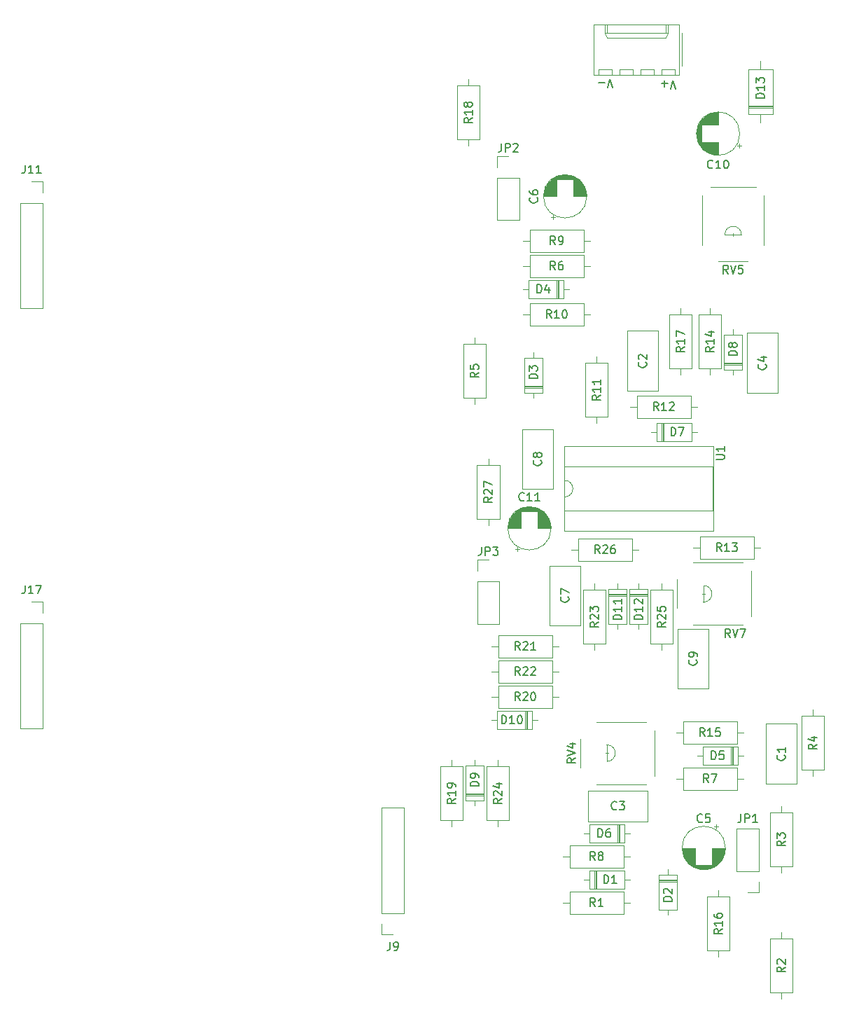
<source format=gto>
%TF.GenerationSoftware,KiCad,Pcbnew,(6.0.6-0)*%
%TF.CreationDate,2022-09-03T02:13:53+01:00*%
%TF.ProjectId,serge-r5-triple-wave-shaper,73657267-652d-4723-952d-747269706c65,rev?*%
%TF.SameCoordinates,Original*%
%TF.FileFunction,Legend,Top*%
%TF.FilePolarity,Positive*%
%FSLAX46Y46*%
G04 Gerber Fmt 4.6, Leading zero omitted, Abs format (unit mm)*
G04 Created by KiCad (PCBNEW (6.0.6-0)) date 2022-09-03 02:13:53*
%MOMM*%
%LPD*%
G01*
G04 APERTURE LIST*
%ADD10C,0.150000*%
%ADD11C,0.120000*%
G04 APERTURE END LIST*
D10*
%TO.C,D13*%
X116276380Y-41930485D02*
X115276380Y-41930485D01*
X115276380Y-41692390D01*
X115324000Y-41549533D01*
X115419238Y-41454295D01*
X115514476Y-41406676D01*
X115704952Y-41359057D01*
X115847809Y-41359057D01*
X116038285Y-41406676D01*
X116133523Y-41454295D01*
X116228761Y-41549533D01*
X116276380Y-41692390D01*
X116276380Y-41930485D01*
X116276380Y-40406676D02*
X116276380Y-40978104D01*
X116276380Y-40692390D02*
X115276380Y-40692390D01*
X115419238Y-40787628D01*
X115514476Y-40882866D01*
X115562095Y-40978104D01*
X115276380Y-40073342D02*
X115276380Y-39454295D01*
X115657333Y-39787628D01*
X115657333Y-39644771D01*
X115704952Y-39549533D01*
X115752571Y-39501914D01*
X115847809Y-39454295D01*
X116085904Y-39454295D01*
X116181142Y-39501914D01*
X116228761Y-39549533D01*
X116276380Y-39644771D01*
X116276380Y-39930485D01*
X116228761Y-40025723D01*
X116181142Y-40073342D01*
%TO.C,R16*%
X111196380Y-142374857D02*
X110720190Y-142708190D01*
X111196380Y-142946285D02*
X110196380Y-142946285D01*
X110196380Y-142565333D01*
X110244000Y-142470095D01*
X110291619Y-142422476D01*
X110386857Y-142374857D01*
X110529714Y-142374857D01*
X110624952Y-142422476D01*
X110672571Y-142470095D01*
X110720190Y-142565333D01*
X110720190Y-142946285D01*
X111196380Y-141422476D02*
X111196380Y-141993904D01*
X111196380Y-141708190D02*
X110196380Y-141708190D01*
X110339238Y-141803428D01*
X110434476Y-141898666D01*
X110482095Y-141993904D01*
X110196380Y-140565333D02*
X110196380Y-140755809D01*
X110244000Y-140851047D01*
X110291619Y-140898666D01*
X110434476Y-140993904D01*
X110624952Y-141041523D01*
X111005904Y-141041523D01*
X111101142Y-140993904D01*
X111148761Y-140946285D01*
X111196380Y-140851047D01*
X111196380Y-140660571D01*
X111148761Y-140565333D01*
X111101142Y-140517714D01*
X111005904Y-140470095D01*
X110767809Y-140470095D01*
X110672571Y-140517714D01*
X110624952Y-140565333D01*
X110577333Y-140660571D01*
X110577333Y-140851047D01*
X110624952Y-140946285D01*
X110672571Y-140993904D01*
X110767809Y-141041523D01*
%TO.C,RV7*%
X112180761Y-107132380D02*
X111847428Y-106656190D01*
X111609333Y-107132380D02*
X111609333Y-106132380D01*
X111990285Y-106132380D01*
X112085523Y-106180000D01*
X112133142Y-106227619D01*
X112180761Y-106322857D01*
X112180761Y-106465714D01*
X112133142Y-106560952D01*
X112085523Y-106608571D01*
X111990285Y-106656190D01*
X111609333Y-106656190D01*
X112466476Y-106132380D02*
X112799809Y-107132380D01*
X113133142Y-106132380D01*
X113371238Y-106132380D02*
X114037904Y-106132380D01*
X113609333Y-107132380D01*
%TO.C,R23*%
X96210380Y-105290857D02*
X95734190Y-105624190D01*
X96210380Y-105862285D02*
X95210380Y-105862285D01*
X95210380Y-105481333D01*
X95258000Y-105386095D01*
X95305619Y-105338476D01*
X95400857Y-105290857D01*
X95543714Y-105290857D01*
X95638952Y-105338476D01*
X95686571Y-105386095D01*
X95734190Y-105481333D01*
X95734190Y-105862285D01*
X95305619Y-104909904D02*
X95258000Y-104862285D01*
X95210380Y-104767047D01*
X95210380Y-104528952D01*
X95258000Y-104433714D01*
X95305619Y-104386095D01*
X95400857Y-104338476D01*
X95496095Y-104338476D01*
X95638952Y-104386095D01*
X96210380Y-104957523D01*
X96210380Y-104338476D01*
X95210380Y-104005142D02*
X95210380Y-103386095D01*
X95591333Y-103719428D01*
X95591333Y-103576571D01*
X95638952Y-103481333D01*
X95686571Y-103433714D01*
X95781809Y-103386095D01*
X96019904Y-103386095D01*
X96115142Y-103433714D01*
X96162761Y-103481333D01*
X96210380Y-103576571D01*
X96210380Y-103862285D01*
X96162761Y-103957523D01*
X96115142Y-104005142D01*
%TO.C,R13*%
X111117142Y-96718380D02*
X110783809Y-96242190D01*
X110545714Y-96718380D02*
X110545714Y-95718380D01*
X110926666Y-95718380D01*
X111021904Y-95766000D01*
X111069523Y-95813619D01*
X111117142Y-95908857D01*
X111117142Y-96051714D01*
X111069523Y-96146952D01*
X111021904Y-96194571D01*
X110926666Y-96242190D01*
X110545714Y-96242190D01*
X112069523Y-96718380D02*
X111498095Y-96718380D01*
X111783809Y-96718380D02*
X111783809Y-95718380D01*
X111688571Y-95861238D01*
X111593333Y-95956476D01*
X111498095Y-96004095D01*
X112402857Y-95718380D02*
X113021904Y-95718380D01*
X112688571Y-96099333D01*
X112831428Y-96099333D01*
X112926666Y-96146952D01*
X112974285Y-96194571D01*
X113021904Y-96289809D01*
X113021904Y-96527904D01*
X112974285Y-96623142D01*
X112926666Y-96670761D01*
X112831428Y-96718380D01*
X112545714Y-96718380D01*
X112450476Y-96670761D01*
X112402857Y-96623142D01*
%TO.C,R1*%
X95845333Y-139644380D02*
X95512000Y-139168190D01*
X95273904Y-139644380D02*
X95273904Y-138644380D01*
X95654857Y-138644380D01*
X95750095Y-138692000D01*
X95797714Y-138739619D01*
X95845333Y-138834857D01*
X95845333Y-138977714D01*
X95797714Y-139072952D01*
X95750095Y-139120571D01*
X95654857Y-139168190D01*
X95273904Y-139168190D01*
X96797714Y-139644380D02*
X96226285Y-139644380D01*
X96512000Y-139644380D02*
X96512000Y-138644380D01*
X96416761Y-138787238D01*
X96321523Y-138882476D01*
X96226285Y-138930095D01*
%TO.C,D8*%
X112974380Y-73026495D02*
X111974380Y-73026495D01*
X111974380Y-72788400D01*
X112022000Y-72645542D01*
X112117238Y-72550304D01*
X112212476Y-72502685D01*
X112402952Y-72455066D01*
X112545809Y-72455066D01*
X112736285Y-72502685D01*
X112831523Y-72550304D01*
X112926761Y-72645542D01*
X112974380Y-72788400D01*
X112974380Y-73026495D01*
X112402952Y-71883638D02*
X112355333Y-71978876D01*
X112307714Y-72026495D01*
X112212476Y-72074114D01*
X112164857Y-72074114D01*
X112069619Y-72026495D01*
X112022000Y-71978876D01*
X111974380Y-71883638D01*
X111974380Y-71693161D01*
X112022000Y-71597923D01*
X112069619Y-71550304D01*
X112164857Y-71502685D01*
X112212476Y-71502685D01*
X112307714Y-71550304D01*
X112355333Y-71597923D01*
X112402952Y-71693161D01*
X112402952Y-71883638D01*
X112450571Y-71978876D01*
X112498190Y-72026495D01*
X112593428Y-72074114D01*
X112783904Y-72074114D01*
X112879142Y-72026495D01*
X112926761Y-71978876D01*
X112974380Y-71883638D01*
X112974380Y-71693161D01*
X112926761Y-71597923D01*
X112879142Y-71550304D01*
X112783904Y-71502685D01*
X112593428Y-71502685D01*
X112498190Y-71550304D01*
X112450571Y-71597923D01*
X112402952Y-71693161D01*
%TO.C,R10*%
X90543142Y-68524380D02*
X90209809Y-68048190D01*
X89971714Y-68524380D02*
X89971714Y-67524380D01*
X90352666Y-67524380D01*
X90447904Y-67572000D01*
X90495523Y-67619619D01*
X90543142Y-67714857D01*
X90543142Y-67857714D01*
X90495523Y-67952952D01*
X90447904Y-68000571D01*
X90352666Y-68048190D01*
X89971714Y-68048190D01*
X91495523Y-68524380D02*
X90924095Y-68524380D01*
X91209809Y-68524380D02*
X91209809Y-67524380D01*
X91114571Y-67667238D01*
X91019333Y-67762476D01*
X90924095Y-67810095D01*
X92114571Y-67524380D02*
X92209809Y-67524380D01*
X92305047Y-67572000D01*
X92352666Y-67619619D01*
X92400285Y-67714857D01*
X92447904Y-67905333D01*
X92447904Y-68143428D01*
X92400285Y-68333904D01*
X92352666Y-68429142D01*
X92305047Y-68476761D01*
X92209809Y-68524380D01*
X92114571Y-68524380D01*
X92019333Y-68476761D01*
X91971714Y-68429142D01*
X91924095Y-68333904D01*
X91876476Y-68143428D01*
X91876476Y-67905333D01*
X91924095Y-67714857D01*
X91971714Y-67619619D01*
X92019333Y-67572000D01*
X92114571Y-67524380D01*
%TO.C,R27*%
X83383380Y-90177857D02*
X82907190Y-90511190D01*
X83383380Y-90749285D02*
X82383380Y-90749285D01*
X82383380Y-90368333D01*
X82431000Y-90273095D01*
X82478619Y-90225476D01*
X82573857Y-90177857D01*
X82716714Y-90177857D01*
X82811952Y-90225476D01*
X82859571Y-90273095D01*
X82907190Y-90368333D01*
X82907190Y-90749285D01*
X82478619Y-89796904D02*
X82431000Y-89749285D01*
X82383380Y-89654047D01*
X82383380Y-89415952D01*
X82431000Y-89320714D01*
X82478619Y-89273095D01*
X82573857Y-89225476D01*
X82669095Y-89225476D01*
X82811952Y-89273095D01*
X83383380Y-89844523D01*
X83383380Y-89225476D01*
X82383380Y-88892142D02*
X82383380Y-88225476D01*
X83383380Y-88654047D01*
%TO.C,R21*%
X86733142Y-108656380D02*
X86399809Y-108180190D01*
X86161714Y-108656380D02*
X86161714Y-107656380D01*
X86542666Y-107656380D01*
X86637904Y-107704000D01*
X86685523Y-107751619D01*
X86733142Y-107846857D01*
X86733142Y-107989714D01*
X86685523Y-108084952D01*
X86637904Y-108132571D01*
X86542666Y-108180190D01*
X86161714Y-108180190D01*
X87114095Y-107751619D02*
X87161714Y-107704000D01*
X87256952Y-107656380D01*
X87495047Y-107656380D01*
X87590285Y-107704000D01*
X87637904Y-107751619D01*
X87685523Y-107846857D01*
X87685523Y-107942095D01*
X87637904Y-108084952D01*
X87066476Y-108656380D01*
X87685523Y-108656380D01*
X88637904Y-108656380D02*
X88066476Y-108656380D01*
X88352190Y-108656380D02*
X88352190Y-107656380D01*
X88256952Y-107799238D01*
X88161714Y-107894476D01*
X88066476Y-107942095D01*
%TO.C,D2*%
X105100380Y-139015695D02*
X104100380Y-139015695D01*
X104100380Y-138777600D01*
X104148000Y-138634742D01*
X104243238Y-138539504D01*
X104338476Y-138491885D01*
X104528952Y-138444266D01*
X104671809Y-138444266D01*
X104862285Y-138491885D01*
X104957523Y-138539504D01*
X105052761Y-138634742D01*
X105100380Y-138777600D01*
X105100380Y-139015695D01*
X104195619Y-138063314D02*
X104148000Y-138015695D01*
X104100380Y-137920457D01*
X104100380Y-137682361D01*
X104148000Y-137587123D01*
X104195619Y-137539504D01*
X104290857Y-137491885D01*
X104386095Y-137491885D01*
X104528952Y-137539504D01*
X105100380Y-138110933D01*
X105100380Y-137491885D01*
%TO.C,R11*%
X96464380Y-77858857D02*
X95988190Y-78192190D01*
X96464380Y-78430285D02*
X95464380Y-78430285D01*
X95464380Y-78049333D01*
X95512000Y-77954095D01*
X95559619Y-77906476D01*
X95654857Y-77858857D01*
X95797714Y-77858857D01*
X95892952Y-77906476D01*
X95940571Y-77954095D01*
X95988190Y-78049333D01*
X95988190Y-78430285D01*
X96464380Y-76906476D02*
X96464380Y-77477904D01*
X96464380Y-77192190D02*
X95464380Y-77192190D01*
X95607238Y-77287428D01*
X95702476Y-77382666D01*
X95750095Y-77477904D01*
X96464380Y-75954095D02*
X96464380Y-76525523D01*
X96464380Y-76239809D02*
X95464380Y-76239809D01*
X95607238Y-76335047D01*
X95702476Y-76430285D01*
X95750095Y-76525523D01*
%TO.C,C1*%
X118721142Y-121364666D02*
X118768761Y-121412285D01*
X118816380Y-121555142D01*
X118816380Y-121650380D01*
X118768761Y-121793238D01*
X118673523Y-121888476D01*
X118578285Y-121936095D01*
X118387809Y-121983714D01*
X118244952Y-121983714D01*
X118054476Y-121936095D01*
X117959238Y-121888476D01*
X117864000Y-121793238D01*
X117816380Y-121650380D01*
X117816380Y-121555142D01*
X117864000Y-121412285D01*
X117911619Y-121364666D01*
X118816380Y-120412285D02*
X118816380Y-120983714D01*
X118816380Y-120698000D02*
X117816380Y-120698000D01*
X117959238Y-120793238D01*
X118054476Y-120888476D01*
X118102095Y-120983714D01*
%TO.C,R17*%
X106624380Y-72016857D02*
X106148190Y-72350190D01*
X106624380Y-72588285D02*
X105624380Y-72588285D01*
X105624380Y-72207333D01*
X105672000Y-72112095D01*
X105719619Y-72064476D01*
X105814857Y-72016857D01*
X105957714Y-72016857D01*
X106052952Y-72064476D01*
X106100571Y-72112095D01*
X106148190Y-72207333D01*
X106148190Y-72588285D01*
X106624380Y-71064476D02*
X106624380Y-71635904D01*
X106624380Y-71350190D02*
X105624380Y-71350190D01*
X105767238Y-71445428D01*
X105862476Y-71540666D01*
X105910095Y-71635904D01*
X105624380Y-70731142D02*
X105624380Y-70064476D01*
X106624380Y-70493047D01*
%TO.C,R26*%
X96385142Y-96972380D02*
X96051809Y-96496190D01*
X95813714Y-96972380D02*
X95813714Y-95972380D01*
X96194666Y-95972380D01*
X96289904Y-96020000D01*
X96337523Y-96067619D01*
X96385142Y-96162857D01*
X96385142Y-96305714D01*
X96337523Y-96400952D01*
X96289904Y-96448571D01*
X96194666Y-96496190D01*
X95813714Y-96496190D01*
X96766095Y-96067619D02*
X96813714Y-96020000D01*
X96908952Y-95972380D01*
X97147047Y-95972380D01*
X97242285Y-96020000D01*
X97289904Y-96067619D01*
X97337523Y-96162857D01*
X97337523Y-96258095D01*
X97289904Y-96400952D01*
X96718476Y-96972380D01*
X97337523Y-96972380D01*
X98194666Y-95972380D02*
X98004190Y-95972380D01*
X97908952Y-96020000D01*
X97861333Y-96067619D01*
X97766095Y-96210476D01*
X97718476Y-96400952D01*
X97718476Y-96781904D01*
X97766095Y-96877142D01*
X97813714Y-96924761D01*
X97908952Y-96972380D01*
X98099428Y-96972380D01*
X98194666Y-96924761D01*
X98242285Y-96877142D01*
X98289904Y-96781904D01*
X98289904Y-96543809D01*
X98242285Y-96448571D01*
X98194666Y-96400952D01*
X98099428Y-96353333D01*
X97908952Y-96353333D01*
X97813714Y-96400952D01*
X97766095Y-96448571D01*
X97718476Y-96543809D01*
%TO.C,D3*%
X88844380Y-75820495D02*
X87844380Y-75820495D01*
X87844380Y-75582400D01*
X87892000Y-75439542D01*
X87987238Y-75344304D01*
X88082476Y-75296685D01*
X88272952Y-75249066D01*
X88415809Y-75249066D01*
X88606285Y-75296685D01*
X88701523Y-75344304D01*
X88796761Y-75439542D01*
X88844380Y-75582400D01*
X88844380Y-75820495D01*
X87844380Y-74915733D02*
X87844380Y-74296685D01*
X88225333Y-74630019D01*
X88225333Y-74487161D01*
X88272952Y-74391923D01*
X88320571Y-74344304D01*
X88415809Y-74296685D01*
X88653904Y-74296685D01*
X88749142Y-74344304D01*
X88796761Y-74391923D01*
X88844380Y-74487161D01*
X88844380Y-74772876D01*
X88796761Y-74868114D01*
X88749142Y-74915733D01*
%TO.C,J19*%
X97980380Y-40679619D02*
X97647047Y-39679619D01*
X97313714Y-40679619D01*
X96980380Y-40060571D02*
X96218476Y-40060571D01*
X105600380Y-40806619D02*
X105267047Y-39806619D01*
X104933714Y-40806619D01*
X104600380Y-40187571D02*
X103838476Y-40187571D01*
X104219428Y-39806619D02*
X104219428Y-40568523D01*
%TO.C,R4*%
X122626380Y-120054666D02*
X122150190Y-120388000D01*
X122626380Y-120626095D02*
X121626380Y-120626095D01*
X121626380Y-120245142D01*
X121674000Y-120149904D01*
X121721619Y-120102285D01*
X121816857Y-120054666D01*
X121959714Y-120054666D01*
X122054952Y-120102285D01*
X122102571Y-120149904D01*
X122150190Y-120245142D01*
X122150190Y-120626095D01*
X121959714Y-119197523D02*
X122626380Y-119197523D01*
X121578761Y-119435619D02*
X122293047Y-119673714D01*
X122293047Y-119054666D01*
%TO.C,R8*%
X95845333Y-134056380D02*
X95512000Y-133580190D01*
X95273904Y-134056380D02*
X95273904Y-133056380D01*
X95654857Y-133056380D01*
X95750095Y-133104000D01*
X95797714Y-133151619D01*
X95845333Y-133246857D01*
X95845333Y-133389714D01*
X95797714Y-133484952D01*
X95750095Y-133532571D01*
X95654857Y-133580190D01*
X95273904Y-133580190D01*
X96416761Y-133484952D02*
X96321523Y-133437333D01*
X96273904Y-133389714D01*
X96226285Y-133294476D01*
X96226285Y-133246857D01*
X96273904Y-133151619D01*
X96321523Y-133104000D01*
X96416761Y-133056380D01*
X96607238Y-133056380D01*
X96702476Y-133104000D01*
X96750095Y-133151619D01*
X96797714Y-133246857D01*
X96797714Y-133294476D01*
X96750095Y-133389714D01*
X96702476Y-133437333D01*
X96607238Y-133484952D01*
X96416761Y-133484952D01*
X96321523Y-133532571D01*
X96273904Y-133580190D01*
X96226285Y-133675428D01*
X96226285Y-133865904D01*
X96273904Y-133961142D01*
X96321523Y-134008761D01*
X96416761Y-134056380D01*
X96607238Y-134056380D01*
X96702476Y-134008761D01*
X96750095Y-133961142D01*
X96797714Y-133865904D01*
X96797714Y-133675428D01*
X96750095Y-133580190D01*
X96702476Y-133532571D01*
X96607238Y-133484952D01*
%TO.C,R15*%
X109085142Y-119070380D02*
X108751809Y-118594190D01*
X108513714Y-119070380D02*
X108513714Y-118070380D01*
X108894666Y-118070380D01*
X108989904Y-118118000D01*
X109037523Y-118165619D01*
X109085142Y-118260857D01*
X109085142Y-118403714D01*
X109037523Y-118498952D01*
X108989904Y-118546571D01*
X108894666Y-118594190D01*
X108513714Y-118594190D01*
X110037523Y-119070380D02*
X109466095Y-119070380D01*
X109751809Y-119070380D02*
X109751809Y-118070380D01*
X109656571Y-118213238D01*
X109561333Y-118308476D01*
X109466095Y-118356095D01*
X110942285Y-118070380D02*
X110466095Y-118070380D01*
X110418476Y-118546571D01*
X110466095Y-118498952D01*
X110561333Y-118451333D01*
X110799428Y-118451333D01*
X110894666Y-118498952D01*
X110942285Y-118546571D01*
X110989904Y-118641809D01*
X110989904Y-118879904D01*
X110942285Y-118975142D01*
X110894666Y-119022761D01*
X110799428Y-119070380D01*
X110561333Y-119070380D01*
X110466095Y-119022761D01*
X110418476Y-118975142D01*
%TO.C,C4*%
X116435142Y-74120666D02*
X116482761Y-74168285D01*
X116530380Y-74311142D01*
X116530380Y-74406380D01*
X116482761Y-74549238D01*
X116387523Y-74644476D01*
X116292285Y-74692095D01*
X116101809Y-74739714D01*
X115958952Y-74739714D01*
X115768476Y-74692095D01*
X115673238Y-74644476D01*
X115578000Y-74549238D01*
X115530380Y-74406380D01*
X115530380Y-74311142D01*
X115578000Y-74168285D01*
X115625619Y-74120666D01*
X115863714Y-73263523D02*
X116530380Y-73263523D01*
X115482761Y-73501619D02*
X116197047Y-73739714D01*
X116197047Y-73120666D01*
%TO.C,JP3*%
X82097666Y-96197380D02*
X82097666Y-96911666D01*
X82050047Y-97054523D01*
X81954809Y-97149761D01*
X81811952Y-97197380D01*
X81716714Y-97197380D01*
X82573857Y-97197380D02*
X82573857Y-96197380D01*
X82954809Y-96197380D01*
X83050047Y-96245000D01*
X83097666Y-96292619D01*
X83145285Y-96387857D01*
X83145285Y-96530714D01*
X83097666Y-96625952D01*
X83050047Y-96673571D01*
X82954809Y-96721190D01*
X82573857Y-96721190D01*
X83478619Y-96197380D02*
X84097666Y-96197380D01*
X83764333Y-96578333D01*
X83907190Y-96578333D01*
X84002428Y-96625952D01*
X84050047Y-96673571D01*
X84097666Y-96768809D01*
X84097666Y-97006904D01*
X84050047Y-97102142D01*
X84002428Y-97149761D01*
X83907190Y-97197380D01*
X83621476Y-97197380D01*
X83526238Y-97149761D01*
X83478619Y-97102142D01*
%TO.C,D6*%
X96188304Y-131262380D02*
X96188304Y-130262380D01*
X96426400Y-130262380D01*
X96569257Y-130310000D01*
X96664495Y-130405238D01*
X96712114Y-130500476D01*
X96759733Y-130690952D01*
X96759733Y-130833809D01*
X96712114Y-131024285D01*
X96664495Y-131119523D01*
X96569257Y-131214761D01*
X96426400Y-131262380D01*
X96188304Y-131262380D01*
X97616876Y-130262380D02*
X97426400Y-130262380D01*
X97331161Y-130310000D01*
X97283542Y-130357619D01*
X97188304Y-130500476D01*
X97140685Y-130690952D01*
X97140685Y-131071904D01*
X97188304Y-131167142D01*
X97235923Y-131214761D01*
X97331161Y-131262380D01*
X97521638Y-131262380D01*
X97616876Y-131214761D01*
X97664495Y-131167142D01*
X97712114Y-131071904D01*
X97712114Y-130833809D01*
X97664495Y-130738571D01*
X97616876Y-130690952D01*
X97521638Y-130643333D01*
X97331161Y-130643333D01*
X97235923Y-130690952D01*
X97188304Y-130738571D01*
X97140685Y-130833809D01*
%TO.C,J11*%
X26876476Y-50022380D02*
X26876476Y-50736666D01*
X26828857Y-50879523D01*
X26733619Y-50974761D01*
X26590761Y-51022380D01*
X26495523Y-51022380D01*
X27876476Y-51022380D02*
X27305047Y-51022380D01*
X27590761Y-51022380D02*
X27590761Y-50022380D01*
X27495523Y-50165238D01*
X27400285Y-50260476D01*
X27305047Y-50308095D01*
X28828857Y-51022380D02*
X28257428Y-51022380D01*
X28543142Y-51022380D02*
X28543142Y-50022380D01*
X28447904Y-50165238D01*
X28352666Y-50260476D01*
X28257428Y-50308095D01*
%TO.C,C9*%
X108053142Y-109854666D02*
X108100761Y-109902285D01*
X108148380Y-110045142D01*
X108148380Y-110140380D01*
X108100761Y-110283238D01*
X108005523Y-110378476D01*
X107910285Y-110426095D01*
X107719809Y-110473714D01*
X107576952Y-110473714D01*
X107386476Y-110426095D01*
X107291238Y-110378476D01*
X107196000Y-110283238D01*
X107148380Y-110140380D01*
X107148380Y-110045142D01*
X107196000Y-109902285D01*
X107243619Y-109854666D01*
X108148380Y-109378476D02*
X108148380Y-109188000D01*
X108100761Y-109092761D01*
X108053142Y-109045142D01*
X107910285Y-108949904D01*
X107719809Y-108902285D01*
X107338857Y-108902285D01*
X107243619Y-108949904D01*
X107196000Y-108997523D01*
X107148380Y-109092761D01*
X107148380Y-109283238D01*
X107196000Y-109378476D01*
X107243619Y-109426095D01*
X107338857Y-109473714D01*
X107576952Y-109473714D01*
X107672190Y-109426095D01*
X107719809Y-109378476D01*
X107767428Y-109283238D01*
X107767428Y-109092761D01*
X107719809Y-108997523D01*
X107672190Y-108949904D01*
X107576952Y-108902285D01*
%TO.C,C3*%
X98425333Y-127865142D02*
X98377714Y-127912761D01*
X98234857Y-127960380D01*
X98139619Y-127960380D01*
X97996761Y-127912761D01*
X97901523Y-127817523D01*
X97853904Y-127722285D01*
X97806285Y-127531809D01*
X97806285Y-127388952D01*
X97853904Y-127198476D01*
X97901523Y-127103238D01*
X97996761Y-127008000D01*
X98139619Y-126960380D01*
X98234857Y-126960380D01*
X98377714Y-127008000D01*
X98425333Y-127055619D01*
X98758666Y-126960380D02*
X99377714Y-126960380D01*
X99044380Y-127341333D01*
X99187238Y-127341333D01*
X99282476Y-127388952D01*
X99330095Y-127436571D01*
X99377714Y-127531809D01*
X99377714Y-127769904D01*
X99330095Y-127865142D01*
X99282476Y-127912761D01*
X99187238Y-127960380D01*
X98901523Y-127960380D01*
X98806285Y-127912761D01*
X98758666Y-127865142D01*
%TO.C,R22*%
X86733142Y-111704380D02*
X86399809Y-111228190D01*
X86161714Y-111704380D02*
X86161714Y-110704380D01*
X86542666Y-110704380D01*
X86637904Y-110752000D01*
X86685523Y-110799619D01*
X86733142Y-110894857D01*
X86733142Y-111037714D01*
X86685523Y-111132952D01*
X86637904Y-111180571D01*
X86542666Y-111228190D01*
X86161714Y-111228190D01*
X87114095Y-110799619D02*
X87161714Y-110752000D01*
X87256952Y-110704380D01*
X87495047Y-110704380D01*
X87590285Y-110752000D01*
X87637904Y-110799619D01*
X87685523Y-110894857D01*
X87685523Y-110990095D01*
X87637904Y-111132952D01*
X87066476Y-111704380D01*
X87685523Y-111704380D01*
X88066476Y-110799619D02*
X88114095Y-110752000D01*
X88209333Y-110704380D01*
X88447428Y-110704380D01*
X88542666Y-110752000D01*
X88590285Y-110799619D01*
X88637904Y-110894857D01*
X88637904Y-110990095D01*
X88590285Y-111132952D01*
X88018857Y-111704380D01*
X88637904Y-111704380D01*
%TO.C,RV5*%
X111926761Y-63142380D02*
X111593428Y-62666190D01*
X111355333Y-63142380D02*
X111355333Y-62142380D01*
X111736285Y-62142380D01*
X111831523Y-62190000D01*
X111879142Y-62237619D01*
X111926761Y-62332857D01*
X111926761Y-62475714D01*
X111879142Y-62570952D01*
X111831523Y-62618571D01*
X111736285Y-62666190D01*
X111355333Y-62666190D01*
X112212476Y-62142380D02*
X112545809Y-63142380D01*
X112879142Y-62142380D01*
X113688666Y-62142380D02*
X113212476Y-62142380D01*
X113164857Y-62618571D01*
X113212476Y-62570952D01*
X113307714Y-62523333D01*
X113545809Y-62523333D01*
X113641047Y-62570952D01*
X113688666Y-62618571D01*
X113736285Y-62713809D01*
X113736285Y-62951904D01*
X113688666Y-63047142D01*
X113641047Y-63094761D01*
X113545809Y-63142380D01*
X113307714Y-63142380D01*
X113212476Y-63094761D01*
X113164857Y-63047142D01*
%TO.C,C10*%
X110056254Y-50335142D02*
X110008635Y-50382761D01*
X109865778Y-50430380D01*
X109770540Y-50430380D01*
X109627683Y-50382761D01*
X109532445Y-50287523D01*
X109484826Y-50192285D01*
X109437207Y-50001809D01*
X109437207Y-49858952D01*
X109484826Y-49668476D01*
X109532445Y-49573238D01*
X109627683Y-49478000D01*
X109770540Y-49430380D01*
X109865778Y-49430380D01*
X110008635Y-49478000D01*
X110056254Y-49525619D01*
X111008635Y-50430380D02*
X110437207Y-50430380D01*
X110722921Y-50430380D02*
X110722921Y-49430380D01*
X110627683Y-49573238D01*
X110532445Y-49668476D01*
X110437207Y-49716095D01*
X111627683Y-49430380D02*
X111722921Y-49430380D01*
X111818159Y-49478000D01*
X111865778Y-49525619D01*
X111913397Y-49620857D01*
X111961016Y-49811333D01*
X111961016Y-50049428D01*
X111913397Y-50239904D01*
X111865778Y-50335142D01*
X111818159Y-50382761D01*
X111722921Y-50430380D01*
X111627683Y-50430380D01*
X111532445Y-50382761D01*
X111484826Y-50335142D01*
X111437207Y-50239904D01*
X111389588Y-50049428D01*
X111389588Y-49811333D01*
X111437207Y-49620857D01*
X111484826Y-49525619D01*
X111532445Y-49478000D01*
X111627683Y-49430380D01*
%TO.C,R19*%
X78938380Y-126626857D02*
X78462190Y-126960190D01*
X78938380Y-127198285D02*
X77938380Y-127198285D01*
X77938380Y-126817333D01*
X77986000Y-126722095D01*
X78033619Y-126674476D01*
X78128857Y-126626857D01*
X78271714Y-126626857D01*
X78366952Y-126674476D01*
X78414571Y-126722095D01*
X78462190Y-126817333D01*
X78462190Y-127198285D01*
X78938380Y-125674476D02*
X78938380Y-126245904D01*
X78938380Y-125960190D02*
X77938380Y-125960190D01*
X78081238Y-126055428D01*
X78176476Y-126150666D01*
X78224095Y-126245904D01*
X78938380Y-125198285D02*
X78938380Y-125007809D01*
X78890761Y-124912571D01*
X78843142Y-124864952D01*
X78700285Y-124769714D01*
X78509809Y-124722095D01*
X78128857Y-124722095D01*
X78033619Y-124769714D01*
X77986000Y-124817333D01*
X77938380Y-124912571D01*
X77938380Y-125103047D01*
X77986000Y-125198285D01*
X78033619Y-125245904D01*
X78128857Y-125293523D01*
X78366952Y-125293523D01*
X78462190Y-125245904D01*
X78509809Y-125198285D01*
X78557428Y-125103047D01*
X78557428Y-124912571D01*
X78509809Y-124817333D01*
X78462190Y-124769714D01*
X78366952Y-124722095D01*
%TO.C,D7*%
X105027504Y-82748380D02*
X105027504Y-81748380D01*
X105265600Y-81748380D01*
X105408457Y-81796000D01*
X105503695Y-81891238D01*
X105551314Y-81986476D01*
X105598933Y-82176952D01*
X105598933Y-82319809D01*
X105551314Y-82510285D01*
X105503695Y-82605523D01*
X105408457Y-82700761D01*
X105265600Y-82748380D01*
X105027504Y-82748380D01*
X105932266Y-81748380D02*
X106598933Y-81748380D01*
X106170361Y-82748380D01*
%TO.C,R24*%
X84526380Y-126626857D02*
X84050190Y-126960190D01*
X84526380Y-127198285D02*
X83526380Y-127198285D01*
X83526380Y-126817333D01*
X83574000Y-126722095D01*
X83621619Y-126674476D01*
X83716857Y-126626857D01*
X83859714Y-126626857D01*
X83954952Y-126674476D01*
X84002571Y-126722095D01*
X84050190Y-126817333D01*
X84050190Y-127198285D01*
X83621619Y-126245904D02*
X83574000Y-126198285D01*
X83526380Y-126103047D01*
X83526380Y-125864952D01*
X83574000Y-125769714D01*
X83621619Y-125722095D01*
X83716857Y-125674476D01*
X83812095Y-125674476D01*
X83954952Y-125722095D01*
X84526380Y-126293523D01*
X84526380Y-125674476D01*
X83859714Y-124817333D02*
X84526380Y-124817333D01*
X83478761Y-125055428D02*
X84193047Y-125293523D01*
X84193047Y-124674476D01*
%TO.C,R9*%
X91019333Y-59634380D02*
X90686000Y-59158190D01*
X90447904Y-59634380D02*
X90447904Y-58634380D01*
X90828857Y-58634380D01*
X90924095Y-58682000D01*
X90971714Y-58729619D01*
X91019333Y-58824857D01*
X91019333Y-58967714D01*
X90971714Y-59062952D01*
X90924095Y-59110571D01*
X90828857Y-59158190D01*
X90447904Y-59158190D01*
X91495523Y-59634380D02*
X91686000Y-59634380D01*
X91781238Y-59586761D01*
X91828857Y-59539142D01*
X91924095Y-59396285D01*
X91971714Y-59205809D01*
X91971714Y-58824857D01*
X91924095Y-58729619D01*
X91876476Y-58682000D01*
X91781238Y-58634380D01*
X91590761Y-58634380D01*
X91495523Y-58682000D01*
X91447904Y-58729619D01*
X91400285Y-58824857D01*
X91400285Y-59062952D01*
X91447904Y-59158190D01*
X91495523Y-59205809D01*
X91590761Y-59253428D01*
X91781238Y-59253428D01*
X91876476Y-59205809D01*
X91924095Y-59158190D01*
X91971714Y-59062952D01*
%TO.C,D4*%
X88822304Y-65476380D02*
X88822304Y-64476380D01*
X89060400Y-64476380D01*
X89203257Y-64524000D01*
X89298495Y-64619238D01*
X89346114Y-64714476D01*
X89393733Y-64904952D01*
X89393733Y-65047809D01*
X89346114Y-65238285D01*
X89298495Y-65333523D01*
X89203257Y-65428761D01*
X89060400Y-65476380D01*
X88822304Y-65476380D01*
X90250876Y-64809714D02*
X90250876Y-65476380D01*
X90012780Y-64428761D02*
X89774685Y-65143047D01*
X90393733Y-65143047D01*
%TO.C,C11*%
X87241142Y-90527142D02*
X87193523Y-90574761D01*
X87050666Y-90622380D01*
X86955428Y-90622380D01*
X86812571Y-90574761D01*
X86717333Y-90479523D01*
X86669714Y-90384285D01*
X86622095Y-90193809D01*
X86622095Y-90050952D01*
X86669714Y-89860476D01*
X86717333Y-89765238D01*
X86812571Y-89670000D01*
X86955428Y-89622380D01*
X87050666Y-89622380D01*
X87193523Y-89670000D01*
X87241142Y-89717619D01*
X88193523Y-90622380D02*
X87622095Y-90622380D01*
X87907809Y-90622380D02*
X87907809Y-89622380D01*
X87812571Y-89765238D01*
X87717333Y-89860476D01*
X87622095Y-89908095D01*
X89145904Y-90622380D02*
X88574476Y-90622380D01*
X88860190Y-90622380D02*
X88860190Y-89622380D01*
X88764952Y-89765238D01*
X88669714Y-89860476D01*
X88574476Y-89908095D01*
%TO.C,D10*%
X84536114Y-117546380D02*
X84536114Y-116546380D01*
X84774209Y-116546380D01*
X84917066Y-116594000D01*
X85012304Y-116689238D01*
X85059923Y-116784476D01*
X85107542Y-116974952D01*
X85107542Y-117117809D01*
X85059923Y-117308285D01*
X85012304Y-117403523D01*
X84917066Y-117498761D01*
X84774209Y-117546380D01*
X84536114Y-117546380D01*
X86059923Y-117546380D02*
X85488495Y-117546380D01*
X85774209Y-117546380D02*
X85774209Y-116546380D01*
X85678971Y-116689238D01*
X85583733Y-116784476D01*
X85488495Y-116832095D01*
X86678971Y-116546380D02*
X86774209Y-116546380D01*
X86869447Y-116594000D01*
X86917066Y-116641619D01*
X86964685Y-116736857D01*
X87012304Y-116927333D01*
X87012304Y-117165428D01*
X86964685Y-117355904D01*
X86917066Y-117451142D01*
X86869447Y-117498761D01*
X86774209Y-117546380D01*
X86678971Y-117546380D01*
X86583733Y-117498761D01*
X86536114Y-117451142D01*
X86488495Y-117355904D01*
X86440876Y-117165428D01*
X86440876Y-116927333D01*
X86488495Y-116736857D01*
X86536114Y-116641619D01*
X86583733Y-116594000D01*
X86678971Y-116546380D01*
%TO.C,J17*%
X26876476Y-100822380D02*
X26876476Y-101536666D01*
X26828857Y-101679523D01*
X26733619Y-101774761D01*
X26590761Y-101822380D01*
X26495523Y-101822380D01*
X27876476Y-101822380D02*
X27305047Y-101822380D01*
X27590761Y-101822380D02*
X27590761Y-100822380D01*
X27495523Y-100965238D01*
X27400285Y-101060476D01*
X27305047Y-101108095D01*
X28209809Y-100822380D02*
X28876476Y-100822380D01*
X28447904Y-101822380D01*
%TO.C,JP2*%
X84510666Y-47414380D02*
X84510666Y-48128666D01*
X84463047Y-48271523D01*
X84367809Y-48366761D01*
X84224952Y-48414380D01*
X84129714Y-48414380D01*
X84986857Y-48414380D02*
X84986857Y-47414380D01*
X85367809Y-47414380D01*
X85463047Y-47462000D01*
X85510666Y-47509619D01*
X85558285Y-47604857D01*
X85558285Y-47747714D01*
X85510666Y-47842952D01*
X85463047Y-47890571D01*
X85367809Y-47938190D01*
X84986857Y-47938190D01*
X85939238Y-47509619D02*
X85986857Y-47462000D01*
X86082095Y-47414380D01*
X86320190Y-47414380D01*
X86415428Y-47462000D01*
X86463047Y-47509619D01*
X86510666Y-47604857D01*
X86510666Y-47700095D01*
X86463047Y-47842952D01*
X85891619Y-48414380D01*
X86510666Y-48414380D01*
%TO.C,RV4*%
X93464380Y-121713238D02*
X92988190Y-122046571D01*
X93464380Y-122284666D02*
X92464380Y-122284666D01*
X92464380Y-121903714D01*
X92512000Y-121808476D01*
X92559619Y-121760857D01*
X92654857Y-121713238D01*
X92797714Y-121713238D01*
X92892952Y-121760857D01*
X92940571Y-121808476D01*
X92988190Y-121903714D01*
X92988190Y-122284666D01*
X92464380Y-121427523D02*
X93464380Y-121094190D01*
X92464380Y-120760857D01*
X92797714Y-119998952D02*
X93464380Y-119998952D01*
X92416761Y-120237047D02*
X93131047Y-120475142D01*
X93131047Y-119856095D01*
%TO.C,R18*%
X80970380Y-44330857D02*
X80494190Y-44664190D01*
X80970380Y-44902285D02*
X79970380Y-44902285D01*
X79970380Y-44521333D01*
X80018000Y-44426095D01*
X80065619Y-44378476D01*
X80160857Y-44330857D01*
X80303714Y-44330857D01*
X80398952Y-44378476D01*
X80446571Y-44426095D01*
X80494190Y-44521333D01*
X80494190Y-44902285D01*
X80970380Y-43378476D02*
X80970380Y-43949904D01*
X80970380Y-43664190D02*
X79970380Y-43664190D01*
X80113238Y-43759428D01*
X80208476Y-43854666D01*
X80256095Y-43949904D01*
X80398952Y-42807047D02*
X80351333Y-42902285D01*
X80303714Y-42949904D01*
X80208476Y-42997523D01*
X80160857Y-42997523D01*
X80065619Y-42949904D01*
X80018000Y-42902285D01*
X79970380Y-42807047D01*
X79970380Y-42616571D01*
X80018000Y-42521333D01*
X80065619Y-42473714D01*
X80160857Y-42426095D01*
X80208476Y-42426095D01*
X80303714Y-42473714D01*
X80351333Y-42521333D01*
X80398952Y-42616571D01*
X80398952Y-42807047D01*
X80446571Y-42902285D01*
X80494190Y-42949904D01*
X80589428Y-42997523D01*
X80779904Y-42997523D01*
X80875142Y-42949904D01*
X80922761Y-42902285D01*
X80970380Y-42807047D01*
X80970380Y-42616571D01*
X80922761Y-42521333D01*
X80875142Y-42473714D01*
X80779904Y-42426095D01*
X80589428Y-42426095D01*
X80494190Y-42473714D01*
X80446571Y-42521333D01*
X80398952Y-42616571D01*
%TO.C,R7*%
X109561333Y-124658380D02*
X109228000Y-124182190D01*
X108989904Y-124658380D02*
X108989904Y-123658380D01*
X109370857Y-123658380D01*
X109466095Y-123706000D01*
X109513714Y-123753619D01*
X109561333Y-123848857D01*
X109561333Y-123991714D01*
X109513714Y-124086952D01*
X109466095Y-124134571D01*
X109370857Y-124182190D01*
X108989904Y-124182190D01*
X109894666Y-123658380D02*
X110561333Y-123658380D01*
X110132761Y-124658380D01*
%TO.C,U1*%
X110450380Y-85597904D02*
X111259904Y-85597904D01*
X111355142Y-85550285D01*
X111402761Y-85502666D01*
X111450380Y-85407428D01*
X111450380Y-85216952D01*
X111402761Y-85121714D01*
X111355142Y-85074095D01*
X111259904Y-85026476D01*
X110450380Y-85026476D01*
X111450380Y-84026476D02*
X111450380Y-84597904D01*
X111450380Y-84312190D02*
X110450380Y-84312190D01*
X110593238Y-84407428D01*
X110688476Y-84502666D01*
X110736095Y-84597904D01*
%TO.C,R3*%
X118816380Y-131738666D02*
X118340190Y-132072000D01*
X118816380Y-132310095D02*
X117816380Y-132310095D01*
X117816380Y-131929142D01*
X117864000Y-131833904D01*
X117911619Y-131786285D01*
X118006857Y-131738666D01*
X118149714Y-131738666D01*
X118244952Y-131786285D01*
X118292571Y-131833904D01*
X118340190Y-131929142D01*
X118340190Y-132310095D01*
X117816380Y-131405333D02*
X117816380Y-130786285D01*
X118197333Y-131119619D01*
X118197333Y-130976761D01*
X118244952Y-130881523D01*
X118292571Y-130833904D01*
X118387809Y-130786285D01*
X118625904Y-130786285D01*
X118721142Y-130833904D01*
X118768761Y-130881523D01*
X118816380Y-130976761D01*
X118816380Y-131262476D01*
X118768761Y-131357714D01*
X118721142Y-131405333D01*
%TO.C,R2*%
X118816380Y-146978666D02*
X118340190Y-147312000D01*
X118816380Y-147550095D02*
X117816380Y-147550095D01*
X117816380Y-147169142D01*
X117864000Y-147073904D01*
X117911619Y-147026285D01*
X118006857Y-146978666D01*
X118149714Y-146978666D01*
X118244952Y-147026285D01*
X118292571Y-147073904D01*
X118340190Y-147169142D01*
X118340190Y-147550095D01*
X117911619Y-146597714D02*
X117864000Y-146550095D01*
X117816380Y-146454857D01*
X117816380Y-146216761D01*
X117864000Y-146121523D01*
X117911619Y-146073904D01*
X118006857Y-146026285D01*
X118102095Y-146026285D01*
X118244952Y-146073904D01*
X118816380Y-146645333D01*
X118816380Y-146026285D01*
%TO.C,C5*%
X108799333Y-129389142D02*
X108751714Y-129436761D01*
X108608857Y-129484380D01*
X108513619Y-129484380D01*
X108370761Y-129436761D01*
X108275523Y-129341523D01*
X108227904Y-129246285D01*
X108180285Y-129055809D01*
X108180285Y-128912952D01*
X108227904Y-128722476D01*
X108275523Y-128627238D01*
X108370761Y-128532000D01*
X108513619Y-128484380D01*
X108608857Y-128484380D01*
X108751714Y-128532000D01*
X108799333Y-128579619D01*
X109704095Y-128484380D02*
X109227904Y-128484380D01*
X109180285Y-128960571D01*
X109227904Y-128912952D01*
X109323142Y-128865333D01*
X109561238Y-128865333D01*
X109656476Y-128912952D01*
X109704095Y-128960571D01*
X109751714Y-129055809D01*
X109751714Y-129293904D01*
X109704095Y-129389142D01*
X109656476Y-129436761D01*
X109561238Y-129484380D01*
X109323142Y-129484380D01*
X109227904Y-129436761D01*
X109180285Y-129389142D01*
%TO.C,D1*%
X96899504Y-136850380D02*
X96899504Y-135850380D01*
X97137600Y-135850380D01*
X97280457Y-135898000D01*
X97375695Y-135993238D01*
X97423314Y-136088476D01*
X97470933Y-136278952D01*
X97470933Y-136421809D01*
X97423314Y-136612285D01*
X97375695Y-136707523D01*
X97280457Y-136802761D01*
X97137600Y-136850380D01*
X96899504Y-136850380D01*
X98423314Y-136850380D02*
X97851885Y-136850380D01*
X98137600Y-136850380D02*
X98137600Y-135850380D01*
X98042361Y-135993238D01*
X97947123Y-136088476D01*
X97851885Y-136136095D01*
%TO.C,R14*%
X110180380Y-72016857D02*
X109704190Y-72350190D01*
X110180380Y-72588285D02*
X109180380Y-72588285D01*
X109180380Y-72207333D01*
X109228000Y-72112095D01*
X109275619Y-72064476D01*
X109370857Y-72016857D01*
X109513714Y-72016857D01*
X109608952Y-72064476D01*
X109656571Y-72112095D01*
X109704190Y-72207333D01*
X109704190Y-72588285D01*
X110180380Y-71064476D02*
X110180380Y-71635904D01*
X110180380Y-71350190D02*
X109180380Y-71350190D01*
X109323238Y-71445428D01*
X109418476Y-71540666D01*
X109466095Y-71635904D01*
X109513714Y-70207333D02*
X110180380Y-70207333D01*
X109132761Y-70445428D02*
X109847047Y-70683523D01*
X109847047Y-70064476D01*
%TO.C,C8*%
X89257142Y-85724666D02*
X89304761Y-85772285D01*
X89352380Y-85915142D01*
X89352380Y-86010380D01*
X89304761Y-86153238D01*
X89209523Y-86248476D01*
X89114285Y-86296095D01*
X88923809Y-86343714D01*
X88780952Y-86343714D01*
X88590476Y-86296095D01*
X88495238Y-86248476D01*
X88400000Y-86153238D01*
X88352380Y-86010380D01*
X88352380Y-85915142D01*
X88400000Y-85772285D01*
X88447619Y-85724666D01*
X88780952Y-85153238D02*
X88733333Y-85248476D01*
X88685714Y-85296095D01*
X88590476Y-85343714D01*
X88542857Y-85343714D01*
X88447619Y-85296095D01*
X88400000Y-85248476D01*
X88352380Y-85153238D01*
X88352380Y-84962761D01*
X88400000Y-84867523D01*
X88447619Y-84819904D01*
X88542857Y-84772285D01*
X88590476Y-84772285D01*
X88685714Y-84819904D01*
X88733333Y-84867523D01*
X88780952Y-84962761D01*
X88780952Y-85153238D01*
X88828571Y-85248476D01*
X88876190Y-85296095D01*
X88971428Y-85343714D01*
X89161904Y-85343714D01*
X89257142Y-85296095D01*
X89304761Y-85248476D01*
X89352380Y-85153238D01*
X89352380Y-84962761D01*
X89304761Y-84867523D01*
X89257142Y-84819904D01*
X89161904Y-84772285D01*
X88971428Y-84772285D01*
X88876190Y-84819904D01*
X88828571Y-84867523D01*
X88780952Y-84962761D01*
%TO.C,C7*%
X92559142Y-102234666D02*
X92606761Y-102282285D01*
X92654380Y-102425142D01*
X92654380Y-102520380D01*
X92606761Y-102663238D01*
X92511523Y-102758476D01*
X92416285Y-102806095D01*
X92225809Y-102853714D01*
X92082952Y-102853714D01*
X91892476Y-102806095D01*
X91797238Y-102758476D01*
X91702000Y-102663238D01*
X91654380Y-102520380D01*
X91654380Y-102425142D01*
X91702000Y-102282285D01*
X91749619Y-102234666D01*
X91654380Y-101901333D02*
X91654380Y-101234666D01*
X92654380Y-101663238D01*
%TO.C,R25*%
X104338380Y-105290857D02*
X103862190Y-105624190D01*
X104338380Y-105862285D02*
X103338380Y-105862285D01*
X103338380Y-105481333D01*
X103386000Y-105386095D01*
X103433619Y-105338476D01*
X103528857Y-105290857D01*
X103671714Y-105290857D01*
X103766952Y-105338476D01*
X103814571Y-105386095D01*
X103862190Y-105481333D01*
X103862190Y-105862285D01*
X103433619Y-104909904D02*
X103386000Y-104862285D01*
X103338380Y-104767047D01*
X103338380Y-104528952D01*
X103386000Y-104433714D01*
X103433619Y-104386095D01*
X103528857Y-104338476D01*
X103624095Y-104338476D01*
X103766952Y-104386095D01*
X104338380Y-104957523D01*
X104338380Y-104338476D01*
X103338380Y-103433714D02*
X103338380Y-103909904D01*
X103814571Y-103957523D01*
X103766952Y-103909904D01*
X103719333Y-103814666D01*
X103719333Y-103576571D01*
X103766952Y-103481333D01*
X103814571Y-103433714D01*
X103909809Y-103386095D01*
X104147904Y-103386095D01*
X104243142Y-103433714D01*
X104290761Y-103481333D01*
X104338380Y-103576571D01*
X104338380Y-103814666D01*
X104290761Y-103909904D01*
X104243142Y-103957523D01*
%TO.C,JP1*%
X113466666Y-128484380D02*
X113466666Y-129198666D01*
X113419047Y-129341523D01*
X113323809Y-129436761D01*
X113180952Y-129484380D01*
X113085714Y-129484380D01*
X113942857Y-129484380D02*
X113942857Y-128484380D01*
X114323809Y-128484380D01*
X114419047Y-128532000D01*
X114466666Y-128579619D01*
X114514285Y-128674857D01*
X114514285Y-128817714D01*
X114466666Y-128912952D01*
X114419047Y-128960571D01*
X114323809Y-129008190D01*
X113942857Y-129008190D01*
X115466666Y-129484380D02*
X114895238Y-129484380D01*
X115180952Y-129484380D02*
X115180952Y-128484380D01*
X115085714Y-128627238D01*
X114990476Y-128722476D01*
X114895238Y-128770095D01*
%TO.C,R12*%
X103497142Y-79700380D02*
X103163809Y-79224190D01*
X102925714Y-79700380D02*
X102925714Y-78700380D01*
X103306666Y-78700380D01*
X103401904Y-78748000D01*
X103449523Y-78795619D01*
X103497142Y-78890857D01*
X103497142Y-79033714D01*
X103449523Y-79128952D01*
X103401904Y-79176571D01*
X103306666Y-79224190D01*
X102925714Y-79224190D01*
X104449523Y-79700380D02*
X103878095Y-79700380D01*
X104163809Y-79700380D02*
X104163809Y-78700380D01*
X104068571Y-78843238D01*
X103973333Y-78938476D01*
X103878095Y-78986095D01*
X104830476Y-78795619D02*
X104878095Y-78748000D01*
X104973333Y-78700380D01*
X105211428Y-78700380D01*
X105306666Y-78748000D01*
X105354285Y-78795619D01*
X105401904Y-78890857D01*
X105401904Y-78986095D01*
X105354285Y-79128952D01*
X104782857Y-79700380D01*
X105401904Y-79700380D01*
%TO.C,J9*%
X71040666Y-143954380D02*
X71040666Y-144668666D01*
X70993047Y-144811523D01*
X70897809Y-144906761D01*
X70754952Y-144954380D01*
X70659714Y-144954380D01*
X71564476Y-144954380D02*
X71754952Y-144954380D01*
X71850190Y-144906761D01*
X71897809Y-144859142D01*
X71993047Y-144716285D01*
X72040666Y-144525809D01*
X72040666Y-144144857D01*
X71993047Y-144049619D01*
X71945428Y-144002000D01*
X71850190Y-143954380D01*
X71659714Y-143954380D01*
X71564476Y-144002000D01*
X71516857Y-144049619D01*
X71469238Y-144144857D01*
X71469238Y-144382952D01*
X71516857Y-144478190D01*
X71564476Y-144525809D01*
X71659714Y-144573428D01*
X71850190Y-144573428D01*
X71945428Y-144525809D01*
X71993047Y-144478190D01*
X72040666Y-144382952D01*
%TO.C,D12*%
X101544380Y-104947885D02*
X100544380Y-104947885D01*
X100544380Y-104709790D01*
X100592000Y-104566933D01*
X100687238Y-104471695D01*
X100782476Y-104424076D01*
X100972952Y-104376457D01*
X101115809Y-104376457D01*
X101306285Y-104424076D01*
X101401523Y-104471695D01*
X101496761Y-104566933D01*
X101544380Y-104709790D01*
X101544380Y-104947885D01*
X101544380Y-103424076D02*
X101544380Y-103995504D01*
X101544380Y-103709790D02*
X100544380Y-103709790D01*
X100687238Y-103805028D01*
X100782476Y-103900266D01*
X100830095Y-103995504D01*
X100639619Y-103043123D02*
X100592000Y-102995504D01*
X100544380Y-102900266D01*
X100544380Y-102662171D01*
X100592000Y-102566933D01*
X100639619Y-102519314D01*
X100734857Y-102471695D01*
X100830095Y-102471695D01*
X100972952Y-102519314D01*
X101544380Y-103090742D01*
X101544380Y-102471695D01*
%TO.C,D5*%
X109904304Y-121864380D02*
X109904304Y-120864380D01*
X110142400Y-120864380D01*
X110285257Y-120912000D01*
X110380495Y-121007238D01*
X110428114Y-121102476D01*
X110475733Y-121292952D01*
X110475733Y-121435809D01*
X110428114Y-121626285D01*
X110380495Y-121721523D01*
X110285257Y-121816761D01*
X110142400Y-121864380D01*
X109904304Y-121864380D01*
X111380495Y-120864380D02*
X110904304Y-120864380D01*
X110856685Y-121340571D01*
X110904304Y-121292952D01*
X110999542Y-121245333D01*
X111237638Y-121245333D01*
X111332876Y-121292952D01*
X111380495Y-121340571D01*
X111428114Y-121435809D01*
X111428114Y-121673904D01*
X111380495Y-121769142D01*
X111332876Y-121816761D01*
X111237638Y-121864380D01*
X110999542Y-121864380D01*
X110904304Y-121816761D01*
X110856685Y-121769142D01*
%TO.C,R5*%
X81732380Y-75096666D02*
X81256190Y-75430000D01*
X81732380Y-75668095D02*
X80732380Y-75668095D01*
X80732380Y-75287142D01*
X80780000Y-75191904D01*
X80827619Y-75144285D01*
X80922857Y-75096666D01*
X81065714Y-75096666D01*
X81160952Y-75144285D01*
X81208571Y-75191904D01*
X81256190Y-75287142D01*
X81256190Y-75668095D01*
X80732380Y-74191904D02*
X80732380Y-74668095D01*
X81208571Y-74715714D01*
X81160952Y-74668095D01*
X81113333Y-74572857D01*
X81113333Y-74334761D01*
X81160952Y-74239523D01*
X81208571Y-74191904D01*
X81303809Y-74144285D01*
X81541904Y-74144285D01*
X81637142Y-74191904D01*
X81684761Y-74239523D01*
X81732380Y-74334761D01*
X81732380Y-74572857D01*
X81684761Y-74668095D01*
X81637142Y-74715714D01*
%TO.C,C6*%
X88809142Y-53969779D02*
X88856761Y-54017398D01*
X88904380Y-54160255D01*
X88904380Y-54255493D01*
X88856761Y-54398351D01*
X88761523Y-54493589D01*
X88666285Y-54541208D01*
X88475809Y-54588827D01*
X88332952Y-54588827D01*
X88142476Y-54541208D01*
X88047238Y-54493589D01*
X87952000Y-54398351D01*
X87904380Y-54255493D01*
X87904380Y-54160255D01*
X87952000Y-54017398D01*
X87999619Y-53969779D01*
X87904380Y-53112636D02*
X87904380Y-53303113D01*
X87952000Y-53398351D01*
X87999619Y-53445970D01*
X88142476Y-53541208D01*
X88332952Y-53588827D01*
X88713904Y-53588827D01*
X88809142Y-53541208D01*
X88856761Y-53493589D01*
X88904380Y-53398351D01*
X88904380Y-53207874D01*
X88856761Y-53112636D01*
X88809142Y-53065017D01*
X88713904Y-53017398D01*
X88475809Y-53017398D01*
X88380571Y-53065017D01*
X88332952Y-53112636D01*
X88285333Y-53207874D01*
X88285333Y-53398351D01*
X88332952Y-53493589D01*
X88380571Y-53541208D01*
X88475809Y-53588827D01*
%TO.C,C2*%
X101957142Y-73866666D02*
X102004761Y-73914285D01*
X102052380Y-74057142D01*
X102052380Y-74152380D01*
X102004761Y-74295238D01*
X101909523Y-74390476D01*
X101814285Y-74438095D01*
X101623809Y-74485714D01*
X101480952Y-74485714D01*
X101290476Y-74438095D01*
X101195238Y-74390476D01*
X101100000Y-74295238D01*
X101052380Y-74152380D01*
X101052380Y-74057142D01*
X101100000Y-73914285D01*
X101147619Y-73866666D01*
X101147619Y-73485714D02*
X101100000Y-73438095D01*
X101052380Y-73342857D01*
X101052380Y-73104761D01*
X101100000Y-73009523D01*
X101147619Y-72961904D01*
X101242857Y-72914285D01*
X101338095Y-72914285D01*
X101480952Y-72961904D01*
X102052380Y-73533333D01*
X102052380Y-72914285D01*
%TO.C,R20*%
X86733142Y-114752380D02*
X86399809Y-114276190D01*
X86161714Y-114752380D02*
X86161714Y-113752380D01*
X86542666Y-113752380D01*
X86637904Y-113800000D01*
X86685523Y-113847619D01*
X86733142Y-113942857D01*
X86733142Y-114085714D01*
X86685523Y-114180952D01*
X86637904Y-114228571D01*
X86542666Y-114276190D01*
X86161714Y-114276190D01*
X87114095Y-113847619D02*
X87161714Y-113800000D01*
X87256952Y-113752380D01*
X87495047Y-113752380D01*
X87590285Y-113800000D01*
X87637904Y-113847619D01*
X87685523Y-113942857D01*
X87685523Y-114038095D01*
X87637904Y-114180952D01*
X87066476Y-114752380D01*
X87685523Y-114752380D01*
X88304571Y-113752380D02*
X88399809Y-113752380D01*
X88495047Y-113800000D01*
X88542666Y-113847619D01*
X88590285Y-113942857D01*
X88637904Y-114133333D01*
X88637904Y-114371428D01*
X88590285Y-114561904D01*
X88542666Y-114657142D01*
X88495047Y-114704761D01*
X88399809Y-114752380D01*
X88304571Y-114752380D01*
X88209333Y-114704761D01*
X88161714Y-114657142D01*
X88114095Y-114561904D01*
X88066476Y-114371428D01*
X88066476Y-114133333D01*
X88114095Y-113942857D01*
X88161714Y-113847619D01*
X88209333Y-113800000D01*
X88304571Y-113752380D01*
%TO.C,D11*%
X99004380Y-104947885D02*
X98004380Y-104947885D01*
X98004380Y-104709790D01*
X98052000Y-104566933D01*
X98147238Y-104471695D01*
X98242476Y-104424076D01*
X98432952Y-104376457D01*
X98575809Y-104376457D01*
X98766285Y-104424076D01*
X98861523Y-104471695D01*
X98956761Y-104566933D01*
X99004380Y-104709790D01*
X99004380Y-104947885D01*
X99004380Y-103424076D02*
X99004380Y-103995504D01*
X99004380Y-103709790D02*
X98004380Y-103709790D01*
X98147238Y-103805028D01*
X98242476Y-103900266D01*
X98290095Y-103995504D01*
X99004380Y-102471695D02*
X99004380Y-103043123D01*
X99004380Y-102757409D02*
X98004380Y-102757409D01*
X98147238Y-102852647D01*
X98242476Y-102947885D01*
X98290095Y-103043123D01*
%TO.C,R6*%
X91019333Y-62682380D02*
X90686000Y-62206190D01*
X90447904Y-62682380D02*
X90447904Y-61682380D01*
X90828857Y-61682380D01*
X90924095Y-61730000D01*
X90971714Y-61777619D01*
X91019333Y-61872857D01*
X91019333Y-62015714D01*
X90971714Y-62110952D01*
X90924095Y-62158571D01*
X90828857Y-62206190D01*
X90447904Y-62206190D01*
X91876476Y-61682380D02*
X91686000Y-61682380D01*
X91590761Y-61730000D01*
X91543142Y-61777619D01*
X91447904Y-61920476D01*
X91400285Y-62110952D01*
X91400285Y-62491904D01*
X91447904Y-62587142D01*
X91495523Y-62634761D01*
X91590761Y-62682380D01*
X91781238Y-62682380D01*
X91876476Y-62634761D01*
X91924095Y-62587142D01*
X91971714Y-62491904D01*
X91971714Y-62253809D01*
X91924095Y-62158571D01*
X91876476Y-62110952D01*
X91781238Y-62063333D01*
X91590761Y-62063333D01*
X91495523Y-62110952D01*
X91447904Y-62158571D01*
X91400285Y-62253809D01*
%TO.C,D9*%
X81732380Y-125096495D02*
X80732380Y-125096495D01*
X80732380Y-124858400D01*
X80780000Y-124715542D01*
X80875238Y-124620304D01*
X80970476Y-124572685D01*
X81160952Y-124525066D01*
X81303809Y-124525066D01*
X81494285Y-124572685D01*
X81589523Y-124620304D01*
X81684761Y-124715542D01*
X81732380Y-124858400D01*
X81732380Y-125096495D01*
X81732380Y-124048876D02*
X81732380Y-123858400D01*
X81684761Y-123763161D01*
X81637142Y-123715542D01*
X81494285Y-123620304D01*
X81303809Y-123572685D01*
X80922857Y-123572685D01*
X80827619Y-123620304D01*
X80780000Y-123667923D01*
X80732380Y-123763161D01*
X80732380Y-123953638D01*
X80780000Y-124048876D01*
X80827619Y-124096495D01*
X80922857Y-124144114D01*
X81160952Y-124144114D01*
X81256190Y-124096495D01*
X81303809Y-124048876D01*
X81351428Y-123953638D01*
X81351428Y-123763161D01*
X81303809Y-123667923D01*
X81256190Y-123620304D01*
X81160952Y-123572685D01*
D11*
%TO.C,D13*%
X117294000Y-38428000D02*
X114354000Y-38428000D01*
X114354000Y-43868000D02*
X117294000Y-43868000D01*
X114354000Y-42848000D02*
X117294000Y-42848000D01*
X115824000Y-44888000D02*
X115824000Y-43868000D01*
X114354000Y-38428000D02*
X114354000Y-43868000D01*
X117294000Y-43868000D02*
X117294000Y-38428000D01*
X115824000Y-37408000D02*
X115824000Y-38428000D01*
X114354000Y-42968000D02*
X117294000Y-42968000D01*
X114354000Y-43088000D02*
X117294000Y-43088000D01*
%TO.C,R16*%
X109374000Y-138462000D02*
X109374000Y-145002000D01*
X112114000Y-145002000D02*
X112114000Y-138462000D01*
X110744000Y-145772000D02*
X110744000Y-145002000D01*
X109374000Y-145002000D02*
X112114000Y-145002000D01*
X112114000Y-138462000D02*
X109374000Y-138462000D01*
X110744000Y-137692000D02*
X110744000Y-138462000D01*
%TO.C,RV7*%
X113696000Y-98104000D02*
X107696000Y-98104000D01*
X105696000Y-103604000D02*
X105696000Y-100104000D01*
X107696000Y-105604000D02*
X113696000Y-105604000D01*
X109146000Y-101854000D02*
X108796000Y-101854000D01*
X114696000Y-104604000D02*
X114696000Y-99104000D01*
X108946000Y-100854000D02*
X108946000Y-102854000D01*
X108946000Y-102854000D02*
G75*
G03*
X108946000Y-100854000I0J1000000D01*
G01*
%TO.C,R23*%
X94388000Y-107918000D02*
X97128000Y-107918000D01*
X95758000Y-100608000D02*
X95758000Y-101378000D01*
X94388000Y-101378000D02*
X94388000Y-107918000D01*
X97128000Y-101378000D02*
X94388000Y-101378000D01*
X97128000Y-107918000D02*
X97128000Y-101378000D01*
X95758000Y-108688000D02*
X95758000Y-107918000D01*
%TO.C,R13*%
X115030000Y-94896000D02*
X108490000Y-94896000D01*
X108490000Y-94896000D02*
X108490000Y-97636000D01*
X115030000Y-97636000D02*
X115030000Y-94896000D01*
X107720000Y-96266000D02*
X108490000Y-96266000D01*
X115800000Y-96266000D02*
X115030000Y-96266000D01*
X108490000Y-97636000D02*
X115030000Y-97636000D01*
%TO.C,R1*%
X99282000Y-140562000D02*
X99282000Y-137822000D01*
X99282000Y-137822000D02*
X92742000Y-137822000D01*
X91972000Y-139192000D02*
X92742000Y-139192000D01*
X100052000Y-139192000D02*
X99282000Y-139192000D01*
X92742000Y-140562000D02*
X99282000Y-140562000D01*
X92742000Y-137822000D02*
X92742000Y-140562000D01*
%TO.C,D8*%
X111402000Y-70524000D02*
X111402000Y-74764000D01*
X112522000Y-69874000D02*
X112522000Y-70524000D01*
X112522000Y-75414000D02*
X112522000Y-74764000D01*
X113642000Y-74764000D02*
X113642000Y-70524000D01*
X111402000Y-74164000D02*
X113642000Y-74164000D01*
X111402000Y-74044000D02*
X113642000Y-74044000D01*
X111402000Y-73924000D02*
X113642000Y-73924000D01*
X111402000Y-74764000D02*
X113642000Y-74764000D01*
X113642000Y-70524000D02*
X111402000Y-70524000D01*
%TO.C,R10*%
X95226000Y-68072000D02*
X94456000Y-68072000D01*
X87916000Y-69442000D02*
X94456000Y-69442000D01*
X87916000Y-66702000D02*
X87916000Y-69442000D01*
X87146000Y-68072000D02*
X87916000Y-68072000D01*
X94456000Y-69442000D02*
X94456000Y-66702000D01*
X94456000Y-66702000D02*
X87916000Y-66702000D01*
%TO.C,R27*%
X84301000Y-92805000D02*
X84301000Y-86265000D01*
X82931000Y-93575000D02*
X82931000Y-92805000D01*
X84301000Y-86265000D02*
X81561000Y-86265000D01*
X82931000Y-85495000D02*
X82931000Y-86265000D01*
X81561000Y-92805000D02*
X84301000Y-92805000D01*
X81561000Y-86265000D02*
X81561000Y-92805000D01*
%TO.C,R21*%
X90646000Y-106834000D02*
X84106000Y-106834000D01*
X90646000Y-109574000D02*
X90646000Y-106834000D01*
X84106000Y-106834000D02*
X84106000Y-109574000D01*
X84106000Y-109574000D02*
X90646000Y-109574000D01*
X91416000Y-108204000D02*
X90646000Y-108204000D01*
X83336000Y-108204000D02*
X84106000Y-108204000D01*
%TO.C,D2*%
X105768000Y-136642000D02*
X103528000Y-136642000D01*
X104648000Y-140692000D02*
X104648000Y-140042000D01*
X103528000Y-140042000D02*
X105768000Y-140042000D01*
X105768000Y-135802000D02*
X103528000Y-135802000D01*
X105768000Y-140042000D02*
X105768000Y-135802000D01*
X104648000Y-135152000D02*
X104648000Y-135802000D01*
X105768000Y-136522000D02*
X103528000Y-136522000D01*
X105768000Y-136402000D02*
X103528000Y-136402000D01*
X103528000Y-135802000D02*
X103528000Y-140042000D01*
%TO.C,R11*%
X96012000Y-81256000D02*
X96012000Y-80486000D01*
X96012000Y-73176000D02*
X96012000Y-73946000D01*
X94642000Y-80486000D02*
X97382000Y-80486000D01*
X97382000Y-80486000D02*
X97382000Y-73946000D01*
X97382000Y-73946000D02*
X94642000Y-73946000D01*
X94642000Y-73946000D02*
X94642000Y-80486000D01*
%TO.C,C1*%
X116494000Y-124818000D02*
X120234000Y-124818000D01*
X116494000Y-117578000D02*
X120234000Y-117578000D01*
X120234000Y-124818000D02*
X120234000Y-117578000D01*
X116494000Y-124818000D02*
X116494000Y-117578000D01*
%TO.C,R17*%
X104802000Y-74644000D02*
X107542000Y-74644000D01*
X106172000Y-67334000D02*
X106172000Y-68104000D01*
X107542000Y-68104000D02*
X104802000Y-68104000D01*
X106172000Y-75414000D02*
X106172000Y-74644000D01*
X107542000Y-74644000D02*
X107542000Y-68104000D01*
X104802000Y-68104000D02*
X104802000Y-74644000D01*
%TO.C,R26*%
X92988000Y-96520000D02*
X93758000Y-96520000D01*
X93758000Y-95150000D02*
X93758000Y-97890000D01*
X100298000Y-95150000D02*
X93758000Y-95150000D01*
X100298000Y-97890000D02*
X100298000Y-95150000D01*
X93758000Y-97890000D02*
X100298000Y-97890000D01*
X101068000Y-96520000D02*
X100298000Y-96520000D01*
%TO.C,D3*%
X87272000Y-76718000D02*
X89512000Y-76718000D01*
X87272000Y-77558000D02*
X89512000Y-77558000D01*
X87272000Y-76958000D02*
X89512000Y-76958000D01*
X88392000Y-72668000D02*
X88392000Y-73318000D01*
X88392000Y-78208000D02*
X88392000Y-77558000D01*
X89512000Y-73318000D02*
X87272000Y-73318000D01*
X87272000Y-76838000D02*
X89512000Y-76838000D01*
X87272000Y-73318000D02*
X87272000Y-77558000D01*
X89512000Y-77558000D02*
X89512000Y-73318000D01*
%TO.C,J19*%
X100368000Y-39098000D02*
X100368000Y-38498000D01*
X102908000Y-39098000D02*
X102908000Y-38498000D01*
X106318000Y-38068000D02*
X106318000Y-34068000D01*
X97278000Y-33078000D02*
X97278000Y-34078000D01*
X100368000Y-38498000D02*
X98768000Y-38498000D01*
X105448000Y-38498000D02*
X103848000Y-38498000D01*
X103848000Y-38498000D02*
X103848000Y-39098000D01*
X104648000Y-34078000D02*
X104398000Y-34608000D01*
X101308000Y-38498000D02*
X101308000Y-39098000D01*
X105448000Y-39098000D02*
X105448000Y-38498000D01*
X97828000Y-39098000D02*
X97828000Y-38498000D01*
X97028000Y-34078000D02*
X97028000Y-33078000D01*
X104398000Y-34608000D02*
X97278000Y-34608000D01*
X104648000Y-33078000D02*
X104648000Y-34078000D01*
X106028000Y-33078000D02*
X95648000Y-33078000D01*
X97828000Y-38498000D02*
X96228000Y-38498000D01*
X98768000Y-38498000D02*
X98768000Y-39098000D01*
X102908000Y-38498000D02*
X101308000Y-38498000D01*
X104398000Y-33078000D02*
X104398000Y-34078000D01*
X106028000Y-39098000D02*
X106028000Y-33078000D01*
X104648000Y-34078000D02*
X97028000Y-34078000D01*
X97278000Y-34608000D02*
X97028000Y-34078000D01*
X96228000Y-38498000D02*
X96228000Y-39098000D01*
X95648000Y-39098000D02*
X106028000Y-39098000D01*
X95648000Y-33078000D02*
X95648000Y-39098000D01*
%TO.C,R4*%
X120804000Y-116618000D02*
X120804000Y-123158000D01*
X123544000Y-116618000D02*
X120804000Y-116618000D01*
X123544000Y-123158000D02*
X123544000Y-116618000D01*
X122174000Y-123928000D02*
X122174000Y-123158000D01*
X120804000Y-123158000D02*
X123544000Y-123158000D01*
X122174000Y-115848000D02*
X122174000Y-116618000D01*
%TO.C,R8*%
X100052000Y-133604000D02*
X99282000Y-133604000D01*
X92742000Y-132234000D02*
X92742000Y-134974000D01*
X92742000Y-134974000D02*
X99282000Y-134974000D01*
X91972000Y-133604000D02*
X92742000Y-133604000D01*
X99282000Y-134974000D02*
X99282000Y-132234000D01*
X99282000Y-132234000D02*
X92742000Y-132234000D01*
%TO.C,R15*%
X106458000Y-119988000D02*
X112998000Y-119988000D01*
X106458000Y-117248000D02*
X106458000Y-119988000D01*
X105688000Y-118618000D02*
X106458000Y-118618000D01*
X112998000Y-117248000D02*
X106458000Y-117248000D01*
X113768000Y-118618000D02*
X112998000Y-118618000D01*
X112998000Y-119988000D02*
X112998000Y-117248000D01*
%TO.C,C4*%
X117948000Y-77574000D02*
X117948000Y-70334000D01*
X114208000Y-77574000D02*
X114208000Y-70334000D01*
X114208000Y-70334000D02*
X117948000Y-70334000D01*
X114208000Y-77574000D02*
X117948000Y-77574000D01*
%TO.C,JP3*%
X84261000Y-100345000D02*
X84261000Y-105485000D01*
X81601000Y-97745000D02*
X82931000Y-97745000D01*
X81601000Y-99075000D02*
X81601000Y-97745000D01*
X81601000Y-100345000D02*
X84261000Y-100345000D01*
X81601000Y-100345000D02*
X81601000Y-105485000D01*
X81601000Y-105485000D02*
X84261000Y-105485000D01*
%TO.C,D6*%
X98802000Y-131930000D02*
X98802000Y-129690000D01*
X98682000Y-131930000D02*
X98682000Y-129690000D01*
X98562000Y-131930000D02*
X98562000Y-129690000D01*
X100052000Y-130810000D02*
X99402000Y-130810000D01*
X99402000Y-131930000D02*
X99402000Y-129690000D01*
X94512000Y-130810000D02*
X95162000Y-130810000D01*
X95162000Y-129690000D02*
X95162000Y-131930000D01*
X99402000Y-129690000D02*
X95162000Y-129690000D01*
X95162000Y-131930000D02*
X99402000Y-131930000D01*
%TO.C,J11*%
X29016000Y-52010000D02*
X29016000Y-53340000D01*
X27686000Y-52010000D02*
X29016000Y-52010000D01*
X26356000Y-54610000D02*
X29016000Y-54610000D01*
X26356000Y-54610000D02*
X26356000Y-67370000D01*
X26356000Y-67370000D02*
X29016000Y-67370000D01*
X29016000Y-54610000D02*
X29016000Y-67370000D01*
%TO.C,C9*%
X109566000Y-113308000D02*
X109566000Y-106068000D01*
X105826000Y-106068000D02*
X109566000Y-106068000D01*
X105826000Y-113308000D02*
X109566000Y-113308000D01*
X105826000Y-113308000D02*
X105826000Y-106068000D01*
%TO.C,C3*%
X102212000Y-129378000D02*
X94972000Y-129378000D01*
X94972000Y-129378000D02*
X94972000Y-125638000D01*
X102212000Y-125638000D02*
X94972000Y-125638000D01*
X102212000Y-129378000D02*
X102212000Y-125638000D01*
%TO.C,R22*%
X90646000Y-112622000D02*
X90646000Y-109882000D01*
X91416000Y-111252000D02*
X90646000Y-111252000D01*
X84106000Y-109882000D02*
X84106000Y-112622000D01*
X83336000Y-111252000D02*
X84106000Y-111252000D01*
X84106000Y-112622000D02*
X90646000Y-112622000D01*
X90646000Y-109882000D02*
X84106000Y-109882000D01*
%TO.C,RV5*%
X112522000Y-58240000D02*
X112522000Y-58590000D01*
X115272000Y-52690000D02*
X109772000Y-52690000D01*
X108772000Y-53690000D02*
X108772000Y-59690000D01*
X114272000Y-61690000D02*
X110772000Y-61690000D01*
X111522000Y-58440000D02*
X113522000Y-58440000D01*
X116272000Y-59690000D02*
X116272000Y-53690000D01*
X113522000Y-58440000D02*
G75*
G03*
X111522000Y-58440000I-1000000J0D01*
G01*
%TO.C,C10*%
X108858112Y-48054000D02*
X108858112Y-47268000D01*
X108698112Y-47881000D02*
X108698112Y-47268000D01*
X108898112Y-48092000D02*
X108898112Y-47268000D01*
X110099112Y-45188000D02*
X110099112Y-43717000D01*
X109178112Y-48323000D02*
X109178112Y-47268000D01*
X108738112Y-45188000D02*
X108738112Y-44529000D01*
X109458112Y-45188000D02*
X109458112Y-43960000D01*
X108978112Y-45188000D02*
X108978112Y-44291000D01*
X110499112Y-45188000D02*
X110499112Y-43655000D01*
X109898112Y-45188000D02*
X109898112Y-43773000D01*
X110539112Y-48804000D02*
X110539112Y-47268000D01*
X109938112Y-48696000D02*
X109938112Y-47268000D01*
X108978112Y-48165000D02*
X108978112Y-47268000D01*
X110139112Y-48748000D02*
X110139112Y-47268000D01*
X109498112Y-48518000D02*
X109498112Y-47268000D01*
X108298112Y-47239000D02*
X108298112Y-45217000D01*
X110619112Y-48807000D02*
X110619112Y-47268000D01*
X109298112Y-48403000D02*
X109298112Y-47268000D01*
X108898112Y-45188000D02*
X108898112Y-44364000D01*
X108498112Y-47611000D02*
X108498112Y-44845000D01*
X109218112Y-48350000D02*
X109218112Y-47268000D01*
X109858112Y-48670000D02*
X109858112Y-47268000D01*
X109578112Y-45188000D02*
X109578112Y-43899000D01*
X110419112Y-48793000D02*
X110419112Y-47268000D01*
X109498112Y-45188000D02*
X109498112Y-43938000D01*
X110459112Y-45188000D02*
X110459112Y-43659000D01*
X108818112Y-48013000D02*
X108818112Y-47268000D01*
X109778112Y-48642000D02*
X109778112Y-47268000D01*
X109578112Y-48557000D02*
X109578112Y-47268000D01*
X110259112Y-45188000D02*
X110259112Y-43685000D01*
X109338112Y-48428000D02*
X109338112Y-47268000D01*
X109058112Y-48232000D02*
X109058112Y-47268000D01*
X109978112Y-45188000D02*
X109978112Y-43748000D01*
X110339112Y-45188000D02*
X110339112Y-43672000D01*
X109898112Y-48683000D02*
X109898112Y-47268000D01*
X113503887Y-47703000D02*
X113003887Y-47703000D01*
X108418112Y-47479000D02*
X108418112Y-44977000D01*
X109338112Y-45188000D02*
X109338112Y-44028000D01*
X110219112Y-45188000D02*
X110219112Y-43692000D01*
X110179112Y-45188000D02*
X110179112Y-43700000D01*
X108618112Y-47782000D02*
X108618112Y-44674000D01*
X108538112Y-47671000D02*
X108538112Y-44785000D01*
X108698112Y-45188000D02*
X108698112Y-44575000D01*
X110419112Y-45188000D02*
X110419112Y-43663000D01*
X110259112Y-48771000D02*
X110259112Y-47268000D01*
X109138112Y-48293000D02*
X109138112Y-47268000D01*
X109258112Y-45188000D02*
X109258112Y-44079000D01*
X110219112Y-48764000D02*
X110219112Y-47268000D01*
X113253887Y-47953000D02*
X113253887Y-47453000D01*
X109538112Y-48538000D02*
X109538112Y-47268000D01*
X108338112Y-47326000D02*
X108338112Y-45130000D01*
X109778112Y-45188000D02*
X109778112Y-43814000D01*
X109658112Y-45188000D02*
X109658112Y-43863000D01*
X109738112Y-48626000D02*
X109738112Y-47268000D01*
X110019112Y-45188000D02*
X110019112Y-43737000D01*
X110139112Y-45188000D02*
X110139112Y-43708000D01*
X110699112Y-48808000D02*
X110699112Y-47268000D01*
X108258112Y-47143000D02*
X108258112Y-45313000D01*
X108458112Y-47547000D02*
X108458112Y-44909000D01*
X109698112Y-45188000D02*
X109698112Y-43846000D01*
X110699112Y-45188000D02*
X110699112Y-43648000D01*
X108578112Y-47728000D02*
X108578112Y-44728000D01*
X110299112Y-45188000D02*
X110299112Y-43678000D01*
X109538112Y-45188000D02*
X109538112Y-43918000D01*
X109218112Y-45188000D02*
X109218112Y-44106000D01*
X109018112Y-48199000D02*
X109018112Y-47268000D01*
X110499112Y-48801000D02*
X110499112Y-47268000D01*
X108778112Y-45188000D02*
X108778112Y-44485000D01*
X109378112Y-45188000D02*
X109378112Y-44004000D01*
X108818112Y-45188000D02*
X108818112Y-44443000D01*
X109418112Y-45188000D02*
X109418112Y-43981000D01*
X108738112Y-47927000D02*
X108738112Y-47268000D01*
X110059112Y-45188000D02*
X110059112Y-43727000D01*
X110659112Y-48808000D02*
X110659112Y-47268000D01*
X109138112Y-45188000D02*
X109138112Y-44163000D01*
X110459112Y-48797000D02*
X110459112Y-47268000D01*
X110619112Y-45188000D02*
X110619112Y-43649000D01*
X109618112Y-48576000D02*
X109618112Y-47268000D01*
X109658112Y-48593000D02*
X109658112Y-47268000D01*
X108378112Y-47406000D02*
X108378112Y-45050000D01*
X110179112Y-48756000D02*
X110179112Y-47268000D01*
X109258112Y-48377000D02*
X109258112Y-47268000D01*
X108938112Y-45188000D02*
X108938112Y-44327000D01*
X108098112Y-46512000D02*
X108098112Y-45944000D01*
X108218112Y-47033000D02*
X108218112Y-45423000D01*
X110299112Y-48778000D02*
X110299112Y-47268000D01*
X109618112Y-45188000D02*
X109618112Y-43880000D01*
X108858112Y-45188000D02*
X108858112Y-44402000D01*
X110379112Y-45188000D02*
X110379112Y-43667000D01*
X110059112Y-48729000D02*
X110059112Y-47268000D01*
X109098112Y-45188000D02*
X109098112Y-44193000D01*
X109458112Y-48496000D02*
X109458112Y-47268000D01*
X108178112Y-46905000D02*
X108178112Y-45551000D01*
X110379112Y-48789000D02*
X110379112Y-47268000D01*
X109738112Y-45188000D02*
X109738112Y-43830000D01*
X110579112Y-45188000D02*
X110579112Y-43650000D01*
X109378112Y-48452000D02*
X109378112Y-47268000D01*
X110579112Y-48806000D02*
X110579112Y-47268000D01*
X109818112Y-48656000D02*
X109818112Y-47268000D01*
X109298112Y-45188000D02*
X109298112Y-44053000D01*
X110659112Y-45188000D02*
X110659112Y-43648000D01*
X109098112Y-48263000D02*
X109098112Y-47268000D01*
X109858112Y-45188000D02*
X109858112Y-43786000D01*
X109418112Y-48475000D02*
X109418112Y-47268000D01*
X108658112Y-47833000D02*
X108658112Y-44623000D01*
X110339112Y-48784000D02*
X110339112Y-47268000D01*
X110539112Y-45188000D02*
X110539112Y-43652000D01*
X108138112Y-46746000D02*
X108138112Y-45710000D01*
X109058112Y-45188000D02*
X109058112Y-44224000D01*
X110019112Y-48719000D02*
X110019112Y-47268000D01*
X109698112Y-48610000D02*
X109698112Y-47268000D01*
X108938112Y-48129000D02*
X108938112Y-47268000D01*
X109178112Y-45188000D02*
X109178112Y-44133000D01*
X109978112Y-48708000D02*
X109978112Y-47268000D01*
X109818112Y-45188000D02*
X109818112Y-43800000D01*
X110099112Y-48739000D02*
X110099112Y-47268000D01*
X108778112Y-47971000D02*
X108778112Y-47268000D01*
X109018112Y-45188000D02*
X109018112Y-44257000D01*
X109938112Y-45188000D02*
X109938112Y-43760000D01*
X113319112Y-46228000D02*
G75*
G03*
X113319112Y-46228000I-2620000J0D01*
G01*
%TO.C,R19*%
X77116000Y-122714000D02*
X77116000Y-129254000D01*
X78486000Y-130024000D02*
X78486000Y-129254000D01*
X79856000Y-122714000D02*
X77116000Y-122714000D01*
X78486000Y-121944000D02*
X78486000Y-122714000D01*
X77116000Y-129254000D02*
X79856000Y-129254000D01*
X79856000Y-129254000D02*
X79856000Y-122714000D01*
%TO.C,D7*%
X103290000Y-83416000D02*
X107530000Y-83416000D01*
X107530000Y-81176000D02*
X103290000Y-81176000D01*
X102640000Y-82296000D02*
X103290000Y-82296000D01*
X103890000Y-81176000D02*
X103890000Y-83416000D01*
X108180000Y-82296000D02*
X107530000Y-82296000D01*
X104130000Y-81176000D02*
X104130000Y-83416000D01*
X103290000Y-81176000D02*
X103290000Y-83416000D01*
X107530000Y-83416000D02*
X107530000Y-81176000D01*
X104010000Y-81176000D02*
X104010000Y-83416000D01*
%TO.C,R24*%
X82704000Y-129254000D02*
X85444000Y-129254000D01*
X85444000Y-122714000D02*
X82704000Y-122714000D01*
X82704000Y-122714000D02*
X82704000Y-129254000D01*
X85444000Y-129254000D02*
X85444000Y-122714000D01*
X84074000Y-121944000D02*
X84074000Y-122714000D01*
X84074000Y-130024000D02*
X84074000Y-129254000D01*
%TO.C,R9*%
X87146000Y-59182000D02*
X87916000Y-59182000D01*
X87916000Y-57812000D02*
X87916000Y-60552000D01*
X94456000Y-60552000D02*
X94456000Y-57812000D01*
X94456000Y-57812000D02*
X87916000Y-57812000D01*
X95226000Y-59182000D02*
X94456000Y-59182000D01*
X87916000Y-60552000D02*
X94456000Y-60552000D01*
%TO.C,D4*%
X91196000Y-66144000D02*
X91196000Y-63904000D01*
X92686000Y-65024000D02*
X92036000Y-65024000D01*
X87796000Y-63904000D02*
X87796000Y-66144000D01*
X91436000Y-66144000D02*
X91436000Y-63904000D01*
X91316000Y-66144000D02*
X91316000Y-63904000D01*
X87796000Y-66144000D02*
X92036000Y-66144000D01*
X87146000Y-65024000D02*
X87796000Y-65024000D01*
X92036000Y-66144000D02*
X92036000Y-63904000D01*
X92036000Y-63904000D02*
X87796000Y-63904000D01*
%TO.C,C11*%
X88924000Y-93655113D02*
X90449000Y-93655113D01*
X85637000Y-92654113D02*
X86844000Y-92654113D01*
X88924000Y-93094113D02*
X90326000Y-93094113D01*
X88924000Y-92534113D02*
X90059000Y-92534113D01*
X85323000Y-93615113D02*
X86844000Y-93615113D01*
X88924000Y-92774113D02*
X90194000Y-92774113D01*
X86501000Y-91734113D02*
X89267000Y-91734113D01*
X88924000Y-92734113D02*
X90174000Y-92734113D01*
X88924000Y-92894113D02*
X90249000Y-92894113D01*
X88924000Y-93895113D02*
X90464000Y-93895113D01*
X88924000Y-93415113D02*
X90412000Y-93415113D01*
X86873000Y-91534113D02*
X88895000Y-91534113D01*
X87207000Y-91414113D02*
X88561000Y-91414113D01*
X88924000Y-91974113D02*
X89583000Y-91974113D01*
X88924000Y-92454113D02*
X90006000Y-92454113D01*
X88924000Y-93014113D02*
X90298000Y-93014113D01*
X85555000Y-92814113D02*
X86844000Y-92814113D01*
X88924000Y-92654113D02*
X90131000Y-92654113D01*
X88924000Y-93735113D02*
X90457000Y-93735113D01*
X88924000Y-93255113D02*
X90375000Y-93255113D01*
X88924000Y-92414113D02*
X89979000Y-92414113D01*
X85913000Y-92254113D02*
X86844000Y-92254113D01*
X88924000Y-92214113D02*
X89821000Y-92214113D01*
X85356000Y-93415113D02*
X86844000Y-93415113D01*
X85470000Y-93014113D02*
X86844000Y-93014113D01*
X88924000Y-92294113D02*
X89888000Y-92294113D01*
X86185000Y-91974113D02*
X86844000Y-91974113D01*
X85819000Y-92374113D02*
X86844000Y-92374113D01*
X87600000Y-91334113D02*
X88168000Y-91334113D01*
X86633000Y-91654113D02*
X89135000Y-91654113D01*
X88924000Y-92694113D02*
X90152000Y-92694113D01*
X88924000Y-92574113D02*
X90084000Y-92574113D01*
X87079000Y-91454113D02*
X88689000Y-91454113D01*
X85849000Y-92334113D02*
X86844000Y-92334113D01*
X86058000Y-92094113D02*
X86844000Y-92094113D01*
X86706000Y-91614113D02*
X89062000Y-91614113D01*
X88924000Y-93214113D02*
X90364000Y-93214113D01*
X88924000Y-93775113D02*
X90460000Y-93775113D01*
X85947000Y-92214113D02*
X86844000Y-92214113D01*
X85304000Y-93895113D02*
X86844000Y-93895113D01*
X85502000Y-92934113D02*
X86844000Y-92934113D01*
X85305000Y-93855113D02*
X86844000Y-93855113D01*
X88924000Y-93295113D02*
X90385000Y-93295113D01*
X88924000Y-92614113D02*
X90108000Y-92614113D01*
X85306000Y-93815113D02*
X86844000Y-93815113D01*
X85404000Y-93214113D02*
X86844000Y-93214113D01*
X85311000Y-93735113D02*
X86844000Y-93735113D01*
X85341000Y-93495113D02*
X86844000Y-93495113D01*
X88924000Y-92174113D02*
X89785000Y-92174113D01*
X88924000Y-92254113D02*
X89855000Y-92254113D01*
X88924000Y-93335113D02*
X90395000Y-93335113D01*
X88924000Y-92014113D02*
X89627000Y-92014113D01*
X88924000Y-93174113D02*
X90352000Y-93174113D01*
X88924000Y-93855113D02*
X90463000Y-93855113D01*
X88924000Y-92854113D02*
X90232000Y-92854113D01*
X85319000Y-93655113D02*
X86844000Y-93655113D01*
X85684000Y-92574113D02*
X86844000Y-92574113D01*
X85393000Y-93255113D02*
X86844000Y-93255113D01*
X85616000Y-92694113D02*
X86844000Y-92694113D01*
X85880000Y-92294113D02*
X86844000Y-92294113D01*
X88924000Y-92494113D02*
X90033000Y-92494113D01*
X86020000Y-92134113D02*
X86844000Y-92134113D01*
X85519000Y-92894113D02*
X86844000Y-92894113D01*
X85709000Y-92534113D02*
X86844000Y-92534113D01*
X85315000Y-93695113D02*
X86844000Y-93695113D01*
X88924000Y-92374113D02*
X89949000Y-92374113D01*
X88924000Y-93054113D02*
X90312000Y-93054113D01*
X86141000Y-92014113D02*
X86844000Y-92014113D01*
X87366000Y-91374113D02*
X88402000Y-91374113D01*
X88924000Y-93695113D02*
X90453000Y-93695113D01*
X85304000Y-93935113D02*
X86844000Y-93935113D01*
X88924000Y-93455113D02*
X90420000Y-93455113D01*
X88924000Y-93935113D02*
X90464000Y-93935113D01*
X85328000Y-93575113D02*
X86844000Y-93575113D01*
X85429000Y-93134113D02*
X86844000Y-93134113D01*
X85594000Y-92734113D02*
X86844000Y-92734113D01*
X85536000Y-92854113D02*
X86844000Y-92854113D01*
X86384000Y-91814113D02*
X89384000Y-91814113D01*
X85334000Y-93535113D02*
X86844000Y-93535113D01*
X88924000Y-92334113D02*
X89919000Y-92334113D01*
X86441000Y-91774113D02*
X89327000Y-91774113D01*
X86786000Y-91574113D02*
X88982000Y-91574113D01*
X88924000Y-93575113D02*
X90440000Y-93575113D01*
X85660000Y-92614113D02*
X86844000Y-92614113D01*
X86159000Y-96489888D02*
X86659000Y-96489888D01*
X88924000Y-93375113D02*
X90404000Y-93375113D01*
X85442000Y-93094113D02*
X86844000Y-93094113D01*
X85416000Y-93174113D02*
X86844000Y-93174113D01*
X85373000Y-93335113D02*
X86844000Y-93335113D01*
X85789000Y-92414113D02*
X86844000Y-92414113D01*
X85762000Y-92454113D02*
X86844000Y-92454113D01*
X88924000Y-93535113D02*
X90434000Y-93535113D01*
X88924000Y-92094113D02*
X89710000Y-92094113D01*
X88924000Y-92134113D02*
X89748000Y-92134113D01*
X88924000Y-93615113D02*
X90445000Y-93615113D01*
X85574000Y-92774113D02*
X86844000Y-92774113D01*
X88924000Y-93815113D02*
X90462000Y-93815113D01*
X86969000Y-91494113D02*
X88799000Y-91494113D01*
X86231000Y-91934113D02*
X86844000Y-91934113D01*
X85456000Y-93054113D02*
X86844000Y-93054113D01*
X86099000Y-92054113D02*
X86844000Y-92054113D01*
X85308000Y-93775113D02*
X86844000Y-93775113D01*
X88924000Y-92814113D02*
X90213000Y-92814113D01*
X88924000Y-92054113D02*
X89669000Y-92054113D01*
X85364000Y-93375113D02*
X86844000Y-93375113D01*
X88924000Y-92974113D02*
X90282000Y-92974113D01*
X86330000Y-91854113D02*
X89438000Y-91854113D01*
X85735000Y-92494113D02*
X86844000Y-92494113D01*
X88924000Y-93134113D02*
X90339000Y-93134113D01*
X88924000Y-92934113D02*
X90266000Y-92934113D01*
X85383000Y-93295113D02*
X86844000Y-93295113D01*
X86409000Y-96739888D02*
X86409000Y-96239888D01*
X86565000Y-91694113D02*
X89203000Y-91694113D01*
X85348000Y-93455113D02*
X86844000Y-93455113D01*
X88924000Y-91934113D02*
X89537000Y-91934113D01*
X85983000Y-92174113D02*
X86844000Y-92174113D01*
X88924000Y-93495113D02*
X90427000Y-93495113D01*
X85486000Y-92974113D02*
X86844000Y-92974113D01*
X86279000Y-91894113D02*
X89489000Y-91894113D01*
X90504000Y-93935113D02*
G75*
G03*
X90504000Y-93935113I-2620000J0D01*
G01*
%TO.C,D10*%
X87506000Y-118214000D02*
X87506000Y-115974000D01*
X83336000Y-117094000D02*
X83986000Y-117094000D01*
X87386000Y-118214000D02*
X87386000Y-115974000D01*
X88876000Y-117094000D02*
X88226000Y-117094000D01*
X87626000Y-118214000D02*
X87626000Y-115974000D01*
X83986000Y-118214000D02*
X88226000Y-118214000D01*
X88226000Y-115974000D02*
X83986000Y-115974000D01*
X83986000Y-115974000D02*
X83986000Y-118214000D01*
X88226000Y-118214000D02*
X88226000Y-115974000D01*
%TO.C,J17*%
X29016000Y-105410000D02*
X29016000Y-118170000D01*
X27686000Y-102810000D02*
X29016000Y-102810000D01*
X26356000Y-105410000D02*
X26356000Y-118170000D01*
X29016000Y-102810000D02*
X29016000Y-104140000D01*
X26356000Y-105410000D02*
X29016000Y-105410000D01*
X26356000Y-118170000D02*
X29016000Y-118170000D01*
%TO.C,JP2*%
X84014000Y-48962000D02*
X85344000Y-48962000D01*
X84014000Y-56702000D02*
X86674000Y-56702000D01*
X86674000Y-51562000D02*
X86674000Y-56702000D01*
X84014000Y-50292000D02*
X84014000Y-48962000D01*
X84014000Y-51562000D02*
X84014000Y-56702000D01*
X84014000Y-51562000D02*
X86674000Y-51562000D01*
%TO.C,RV4*%
X94012000Y-122868000D02*
X94012000Y-119368000D01*
X103012000Y-123868000D02*
X103012000Y-118368000D01*
X96012000Y-124868000D02*
X102012000Y-124868000D01*
X97462000Y-121118000D02*
X97112000Y-121118000D01*
X97262000Y-120118000D02*
X97262000Y-122118000D01*
X102012000Y-117368000D02*
X96012000Y-117368000D01*
X97262000Y-122118000D02*
G75*
G03*
X97262000Y-120118000I0J1000000D01*
G01*
%TO.C,R18*%
X80518000Y-47728000D02*
X80518000Y-46958000D01*
X80518000Y-39648000D02*
X80518000Y-40418000D01*
X79148000Y-40418000D02*
X79148000Y-46958000D01*
X81888000Y-40418000D02*
X79148000Y-40418000D01*
X81888000Y-46958000D02*
X81888000Y-40418000D01*
X79148000Y-46958000D02*
X81888000Y-46958000D01*
%TO.C,R7*%
X112998000Y-122836000D02*
X106458000Y-122836000D01*
X113768000Y-124206000D02*
X112998000Y-124206000D01*
X105688000Y-124206000D02*
X106458000Y-124206000D01*
X106458000Y-125576000D02*
X112998000Y-125576000D01*
X112998000Y-125576000D02*
X112998000Y-122836000D01*
X106458000Y-122836000D02*
X106458000Y-125576000D01*
%TO.C,U1*%
X110097000Y-84004000D02*
X92077000Y-84004000D01*
X92077000Y-84004000D02*
X92077000Y-94284000D01*
X92077000Y-94284000D02*
X110097000Y-94284000D01*
X92137000Y-90144000D02*
X92137000Y-91794000D01*
X110037000Y-91794000D02*
X110037000Y-86494000D01*
X92137000Y-91794000D02*
X110037000Y-91794000D01*
X110097000Y-94284000D02*
X110097000Y-84004000D01*
X92137000Y-86494000D02*
X92137000Y-88144000D01*
X110037000Y-86494000D02*
X92137000Y-86494000D01*
X92137000Y-90144000D02*
G75*
G03*
X92137000Y-88144000I0J1000000D01*
G01*
%TO.C,R3*%
X119734000Y-134842000D02*
X119734000Y-128302000D01*
X118364000Y-127532000D02*
X118364000Y-128302000D01*
X119734000Y-128302000D02*
X116994000Y-128302000D01*
X116994000Y-128302000D02*
X116994000Y-134842000D01*
X118364000Y-135612000D02*
X118364000Y-134842000D01*
X116994000Y-134842000D02*
X119734000Y-134842000D01*
%TO.C,R2*%
X118364000Y-142772000D02*
X118364000Y-143542000D01*
X116994000Y-143542000D02*
X116994000Y-150082000D01*
X118364000Y-150852000D02*
X118364000Y-150082000D01*
X116994000Y-150082000D02*
X119734000Y-150082000D01*
X119734000Y-150082000D02*
X119734000Y-143542000D01*
X119734000Y-143542000D02*
X116994000Y-143542000D01*
%TO.C,C5*%
X107926000Y-133052000D02*
X106430000Y-133052000D01*
X110144000Y-134893000D02*
X107788000Y-134893000D01*
X109881000Y-135013000D02*
X108051000Y-135013000D01*
X110349000Y-134773000D02*
X107583000Y-134773000D01*
X110409000Y-134733000D02*
X107523000Y-134733000D01*
X110285000Y-134813000D02*
X107647000Y-134813000D01*
X107926000Y-133613000D02*
X106601000Y-133613000D01*
X111001000Y-134173000D02*
X110006000Y-134173000D01*
X107926000Y-134213000D02*
X106962000Y-134213000D01*
X110867000Y-134333000D02*
X110006000Y-134333000D01*
X111380000Y-133493000D02*
X110006000Y-133493000D01*
X110792000Y-134413000D02*
X110006000Y-134413000D01*
X107926000Y-134053000D02*
X106844000Y-134053000D01*
X107926000Y-134453000D02*
X107181000Y-134453000D01*
X107926000Y-133773000D02*
X106676000Y-133773000D01*
X107926000Y-134413000D02*
X107140000Y-134413000D01*
X111190000Y-133893000D02*
X110006000Y-133893000D01*
X110217000Y-134853000D02*
X107715000Y-134853000D01*
X110830000Y-134373000D02*
X110006000Y-134373000D01*
X111295000Y-133693000D02*
X110006000Y-133693000D01*
X111509000Y-133012000D02*
X110006000Y-133012000D01*
X107926000Y-134573000D02*
X107313000Y-134573000D01*
X111502000Y-133052000D02*
X110006000Y-133052000D01*
X107926000Y-132692000D02*
X106388000Y-132692000D01*
X107926000Y-134133000D02*
X106901000Y-134133000D01*
X111364000Y-133533000D02*
X110006000Y-133533000D01*
X110691000Y-130017225D02*
X110191000Y-130017225D01*
X107926000Y-133573000D02*
X106584000Y-133573000D01*
X111486000Y-133132000D02*
X110006000Y-133132000D01*
X107926000Y-133132000D02*
X106446000Y-133132000D01*
X107926000Y-132972000D02*
X106416000Y-132972000D01*
X110466000Y-134693000D02*
X107466000Y-134693000D01*
X107926000Y-134013000D02*
X106817000Y-134013000D01*
X110937000Y-134253000D02*
X110006000Y-134253000D01*
X107926000Y-132812000D02*
X106397000Y-132812000D01*
X107926000Y-132852000D02*
X106401000Y-132852000D01*
X111527000Y-132892000D02*
X110006000Y-132892000D01*
X111539000Y-132772000D02*
X110006000Y-132772000D01*
X111348000Y-133573000D02*
X110006000Y-133573000D01*
X107926000Y-134253000D02*
X106995000Y-134253000D01*
X107926000Y-133212000D02*
X106465000Y-133212000D01*
X107926000Y-133533000D02*
X106568000Y-133533000D01*
X111061000Y-134093000D02*
X110006000Y-134093000D01*
X111141000Y-133973000D02*
X110006000Y-133973000D01*
X107926000Y-134173000D02*
X106931000Y-134173000D01*
X109250000Y-135173000D02*
X108682000Y-135173000D01*
X110571000Y-134613000D02*
X107361000Y-134613000D01*
X107926000Y-134493000D02*
X107223000Y-134493000D01*
X107926000Y-134533000D02*
X107267000Y-134533000D01*
X110619000Y-134573000D02*
X110006000Y-134573000D01*
X110064000Y-134933000D02*
X107868000Y-134933000D01*
X107926000Y-132892000D02*
X106405000Y-132892000D01*
X111546000Y-132572000D02*
X110006000Y-132572000D01*
X107926000Y-133973000D02*
X106791000Y-133973000D01*
X107926000Y-132612000D02*
X106386000Y-132612000D01*
X111408000Y-133413000D02*
X110006000Y-133413000D01*
X107926000Y-134293000D02*
X107029000Y-134293000D01*
X111546000Y-132612000D02*
X110006000Y-132612000D01*
X107926000Y-133373000D02*
X106511000Y-133373000D01*
X109484000Y-135133000D02*
X108448000Y-135133000D01*
X107926000Y-132932000D02*
X106410000Y-132932000D01*
X107926000Y-134373000D02*
X107102000Y-134373000D01*
X109977000Y-134973000D02*
X107955000Y-134973000D01*
X111535000Y-132812000D02*
X110006000Y-132812000D01*
X111421000Y-133373000D02*
X110006000Y-133373000D01*
X111545000Y-132652000D02*
X110006000Y-132652000D01*
X111542000Y-132732000D02*
X110006000Y-132732000D01*
X107926000Y-133333000D02*
X106498000Y-133333000D01*
X111522000Y-132932000D02*
X110006000Y-132932000D01*
X111516000Y-132972000D02*
X110006000Y-132972000D01*
X107926000Y-133653000D02*
X106618000Y-133653000D01*
X107926000Y-134093000D02*
X106871000Y-134093000D01*
X110751000Y-134453000D02*
X110006000Y-134453000D01*
X107926000Y-133453000D02*
X106538000Y-133453000D01*
X109643000Y-135093000D02*
X108289000Y-135093000D01*
X107926000Y-133813000D02*
X106698000Y-133813000D01*
X111477000Y-133172000D02*
X110006000Y-133172000D01*
X110665000Y-134533000D02*
X110006000Y-134533000D01*
X107926000Y-133252000D02*
X106475000Y-133252000D01*
X107926000Y-133012000D02*
X106423000Y-133012000D01*
X107926000Y-133733000D02*
X106656000Y-133733000D01*
X107926000Y-132732000D02*
X106390000Y-132732000D01*
X107926000Y-132652000D02*
X106387000Y-132652000D01*
X110441000Y-129767225D02*
X110441000Y-130267225D01*
X107926000Y-134333000D02*
X107065000Y-134333000D01*
X107926000Y-133293000D02*
X106486000Y-133293000D01*
X111394000Y-133453000D02*
X110006000Y-133453000D01*
X111544000Y-132692000D02*
X110006000Y-132692000D01*
X111031000Y-134133000D02*
X110006000Y-134133000D01*
X111256000Y-133773000D02*
X110006000Y-133773000D01*
X111531000Y-132852000D02*
X110006000Y-132852000D01*
X107926000Y-133853000D02*
X106719000Y-133853000D01*
X111213000Y-133853000D02*
X110006000Y-133853000D01*
X110709000Y-134493000D02*
X110006000Y-134493000D01*
X107926000Y-132572000D02*
X106386000Y-132572000D01*
X111314000Y-133653000D02*
X110006000Y-133653000D01*
X107926000Y-132772000D02*
X106393000Y-132772000D01*
X111494000Y-133092000D02*
X110006000Y-133092000D01*
X111457000Y-133252000D02*
X110006000Y-133252000D01*
X111331000Y-133613000D02*
X110006000Y-133613000D01*
X107926000Y-133933000D02*
X106766000Y-133933000D01*
X111434000Y-133333000D02*
X110006000Y-133333000D01*
X107926000Y-133092000D02*
X106438000Y-133092000D01*
X111115000Y-134013000D02*
X110006000Y-134013000D01*
X107926000Y-133493000D02*
X106552000Y-133493000D01*
X107926000Y-133172000D02*
X106455000Y-133172000D01*
X107926000Y-133693000D02*
X106637000Y-133693000D01*
X111166000Y-133933000D02*
X110006000Y-133933000D01*
X110520000Y-134653000D02*
X107412000Y-134653000D01*
X107926000Y-133413000D02*
X106524000Y-133413000D01*
X110903000Y-134293000D02*
X110006000Y-134293000D01*
X111446000Y-133293000D02*
X110006000Y-133293000D01*
X111234000Y-133813000D02*
X110006000Y-133813000D01*
X111467000Y-133212000D02*
X110006000Y-133212000D01*
X110970000Y-134213000D02*
X110006000Y-134213000D01*
X111088000Y-134053000D02*
X110006000Y-134053000D01*
X109771000Y-135053000D02*
X108161000Y-135053000D01*
X111276000Y-133733000D02*
X110006000Y-133733000D01*
X107926000Y-133893000D02*
X106742000Y-133893000D01*
X111586000Y-132572000D02*
G75*
G03*
X111586000Y-132572000I-2620000J0D01*
G01*
%TO.C,D1*%
X96002000Y-135278000D02*
X96002000Y-137518000D01*
X99402000Y-137518000D02*
X99402000Y-135278000D01*
X95162000Y-137518000D02*
X99402000Y-137518000D01*
X99402000Y-135278000D02*
X95162000Y-135278000D01*
X95882000Y-135278000D02*
X95882000Y-137518000D01*
X95762000Y-135278000D02*
X95762000Y-137518000D01*
X95162000Y-135278000D02*
X95162000Y-137518000D01*
X100052000Y-136398000D02*
X99402000Y-136398000D01*
X94512000Y-136398000D02*
X95162000Y-136398000D01*
%TO.C,R14*%
X108358000Y-74644000D02*
X111098000Y-74644000D01*
X109728000Y-75414000D02*
X109728000Y-74644000D01*
X111098000Y-68104000D02*
X108358000Y-68104000D01*
X109728000Y-67334000D02*
X109728000Y-68104000D01*
X111098000Y-74644000D02*
X111098000Y-68104000D01*
X108358000Y-68104000D02*
X108358000Y-74644000D01*
%TO.C,C8*%
X90770000Y-81938000D02*
X90770000Y-89178000D01*
X90770000Y-89178000D02*
X87030000Y-89178000D01*
X87030000Y-81938000D02*
X87030000Y-89178000D01*
X90770000Y-81938000D02*
X87030000Y-81938000D01*
%TO.C,C7*%
X90332000Y-105688000D02*
X90332000Y-98448000D01*
X94072000Y-105688000D02*
X94072000Y-98448000D01*
X90332000Y-105688000D02*
X94072000Y-105688000D01*
X90332000Y-98448000D02*
X94072000Y-98448000D01*
%TO.C,R25*%
X102516000Y-101378000D02*
X102516000Y-107918000D01*
X105256000Y-101378000D02*
X102516000Y-101378000D01*
X103886000Y-108688000D02*
X103886000Y-107918000D01*
X105256000Y-107918000D02*
X105256000Y-101378000D01*
X103886000Y-100608000D02*
X103886000Y-101378000D01*
X102516000Y-107918000D02*
X105256000Y-107918000D01*
%TO.C,JP1*%
X115630000Y-130242000D02*
X112970000Y-130242000D01*
X115630000Y-135382000D02*
X115630000Y-130242000D01*
X115630000Y-137982000D02*
X114300000Y-137982000D01*
X112970000Y-135382000D02*
X112970000Y-130242000D01*
X115630000Y-136652000D02*
X115630000Y-137982000D01*
X115630000Y-135382000D02*
X112970000Y-135382000D01*
%TO.C,R12*%
X100870000Y-80618000D02*
X107410000Y-80618000D01*
X100870000Y-77878000D02*
X100870000Y-80618000D01*
X100100000Y-79248000D02*
X100870000Y-79248000D01*
X108180000Y-79248000D02*
X107410000Y-79248000D01*
X107410000Y-77878000D02*
X100870000Y-77878000D01*
X107410000Y-80618000D02*
X107410000Y-77878000D01*
%TO.C,J9*%
X70044000Y-140462000D02*
X70044000Y-127702000D01*
X71374000Y-143062000D02*
X70044000Y-143062000D01*
X72704000Y-140462000D02*
X72704000Y-127702000D01*
X70044000Y-143062000D02*
X70044000Y-141732000D01*
X72704000Y-140462000D02*
X70044000Y-140462000D01*
X72704000Y-127702000D02*
X70044000Y-127702000D01*
%TO.C,D12*%
X102212000Y-101258000D02*
X99972000Y-101258000D01*
X101092000Y-106148000D02*
X101092000Y-105498000D01*
X102212000Y-101858000D02*
X99972000Y-101858000D01*
X99972000Y-101258000D02*
X99972000Y-105498000D01*
X102212000Y-102098000D02*
X99972000Y-102098000D01*
X102212000Y-105498000D02*
X102212000Y-101258000D01*
X102212000Y-101978000D02*
X99972000Y-101978000D01*
X101092000Y-100608000D02*
X101092000Y-101258000D01*
X99972000Y-105498000D02*
X102212000Y-105498000D01*
%TO.C,D5*%
X113768000Y-121412000D02*
X113118000Y-121412000D01*
X108878000Y-120292000D02*
X108878000Y-122532000D01*
X113118000Y-122532000D02*
X113118000Y-120292000D01*
X108228000Y-121412000D02*
X108878000Y-121412000D01*
X112398000Y-122532000D02*
X112398000Y-120292000D01*
X112278000Y-122532000D02*
X112278000Y-120292000D01*
X112518000Y-122532000D02*
X112518000Y-120292000D01*
X113118000Y-120292000D02*
X108878000Y-120292000D01*
X108878000Y-122532000D02*
X113118000Y-122532000D01*
%TO.C,R5*%
X81280000Y-70890000D02*
X81280000Y-71660000D01*
X82650000Y-71660000D02*
X79910000Y-71660000D01*
X81280000Y-78970000D02*
X81280000Y-78200000D01*
X79910000Y-78200000D02*
X82650000Y-78200000D01*
X82650000Y-78200000D02*
X82650000Y-71660000D01*
X79910000Y-71660000D02*
X79910000Y-78200000D01*
%TO.C,C6*%
X89854000Y-52722113D02*
X91162000Y-52722113D01*
X93242000Y-52922113D02*
X94630000Y-52922113D01*
X89747000Y-53002113D02*
X91162000Y-53002113D01*
X93242000Y-51882113D02*
X93945000Y-51882113D01*
X89734000Y-53042113D02*
X91162000Y-53042113D01*
X89623000Y-53723113D02*
X91162000Y-53723113D01*
X89622000Y-53763113D02*
X91162000Y-53763113D01*
X90231000Y-52122113D02*
X91162000Y-52122113D01*
X90376000Y-51962113D02*
X91162000Y-51962113D01*
X89873000Y-52682113D02*
X91162000Y-52682113D01*
X89624000Y-53683113D02*
X91162000Y-53683113D01*
X93242000Y-52402113D02*
X94377000Y-52402113D01*
X93242000Y-53042113D02*
X94670000Y-53042113D01*
X93242000Y-53723113D02*
X94781000Y-53723113D01*
X89666000Y-53323113D02*
X91162000Y-53323113D01*
X90107000Y-52282113D02*
X91162000Y-52282113D01*
X93242000Y-53483113D02*
X94763000Y-53483113D01*
X93242000Y-52322113D02*
X94324000Y-52322113D01*
X93242000Y-52722113D02*
X94550000Y-52722113D01*
X89722000Y-53082113D02*
X91162000Y-53082113D01*
X93242000Y-53523113D02*
X94767000Y-53523113D01*
X90027000Y-52402113D02*
X91162000Y-52402113D01*
X93242000Y-52802113D02*
X94584000Y-52802113D01*
X90459000Y-51882113D02*
X91162000Y-51882113D01*
X93242000Y-52242113D02*
X94267000Y-52242113D01*
X93242000Y-52842113D02*
X94600000Y-52842113D01*
X90819000Y-51602113D02*
X93585000Y-51602113D01*
X93242000Y-51802113D02*
X93855000Y-51802113D01*
X90198000Y-52162113D02*
X91162000Y-52162113D01*
X93242000Y-53643113D02*
X94778000Y-53643113D01*
X90727000Y-56607888D02*
X90727000Y-56107888D01*
X90702000Y-51682113D02*
X93702000Y-51682113D01*
X93242000Y-52162113D02*
X94206000Y-52162113D01*
X90883000Y-51562113D02*
X93521000Y-51562113D01*
X89674000Y-53283113D02*
X91162000Y-53283113D01*
X93242000Y-52642113D02*
X94512000Y-52642113D01*
X93242000Y-52042113D02*
X94103000Y-52042113D01*
X90417000Y-51922113D02*
X91162000Y-51922113D01*
X90951000Y-51522113D02*
X93453000Y-51522113D01*
X93242000Y-53082113D02*
X94682000Y-53082113D01*
X90549000Y-51802113D02*
X91162000Y-51802113D01*
X91918000Y-51202113D02*
X92486000Y-51202113D01*
X90648000Y-51722113D02*
X93756000Y-51722113D01*
X93242000Y-52682113D02*
X94531000Y-52682113D01*
X91191000Y-51402113D02*
X93213000Y-51402113D01*
X90002000Y-52442113D02*
X91162000Y-52442113D01*
X93242000Y-53283113D02*
X94730000Y-53283113D01*
X89629000Y-53603113D02*
X91162000Y-53603113D01*
X93242000Y-51922113D02*
X93987000Y-51922113D01*
X93242000Y-53163113D02*
X94703000Y-53163113D01*
X93242000Y-53002113D02*
X94657000Y-53002113D01*
X89837000Y-52762113D02*
X91162000Y-52762113D01*
X89633000Y-53563113D02*
X91162000Y-53563113D01*
X91397000Y-51322113D02*
X93007000Y-51322113D01*
X89691000Y-53203113D02*
X91162000Y-53203113D01*
X89820000Y-52802113D02*
X91162000Y-52802113D01*
X91024000Y-51482113D02*
X93380000Y-51482113D01*
X93242000Y-51962113D02*
X94028000Y-51962113D01*
X89637000Y-53523113D02*
X91162000Y-53523113D01*
X89788000Y-52882113D02*
X91162000Y-52882113D01*
X91684000Y-51242113D02*
X92720000Y-51242113D01*
X89646000Y-53443113D02*
X91162000Y-53443113D01*
X90265000Y-52082113D02*
X91162000Y-52082113D01*
X93242000Y-53803113D02*
X94782000Y-53803113D01*
X91287000Y-51362113D02*
X93117000Y-51362113D01*
X89804000Y-52842113D02*
X91162000Y-52842113D01*
X93242000Y-53763113D02*
X94782000Y-53763113D01*
X93242000Y-53123113D02*
X94693000Y-53123113D01*
X89626000Y-53643113D02*
X91162000Y-53643113D01*
X93242000Y-51842113D02*
X93901000Y-51842113D01*
X93242000Y-53243113D02*
X94722000Y-53243113D01*
X89701000Y-53163113D02*
X91162000Y-53163113D01*
X93242000Y-52882113D02*
X94616000Y-52882113D01*
X91525000Y-51282113D02*
X92879000Y-51282113D01*
X93242000Y-53403113D02*
X94752000Y-53403113D01*
X93242000Y-52762113D02*
X94567000Y-52762113D01*
X93242000Y-52002113D02*
X94066000Y-52002113D01*
X93242000Y-53683113D02*
X94780000Y-53683113D01*
X93242000Y-52202113D02*
X94237000Y-52202113D01*
X89659000Y-53363113D02*
X91162000Y-53363113D01*
X93242000Y-53203113D02*
X94713000Y-53203113D01*
X90503000Y-51842113D02*
X91162000Y-51842113D01*
X93242000Y-52962113D02*
X94644000Y-52962113D01*
X89912000Y-52602113D02*
X91162000Y-52602113D01*
X89892000Y-52642113D02*
X91162000Y-52642113D01*
X90759000Y-51642113D02*
X93645000Y-51642113D01*
X89652000Y-53403113D02*
X91162000Y-53403113D01*
X90167000Y-52202113D02*
X91162000Y-52202113D01*
X90053000Y-52362113D02*
X91162000Y-52362113D01*
X93242000Y-53323113D02*
X94738000Y-53323113D01*
X90597000Y-51762113D02*
X93807000Y-51762113D01*
X93242000Y-52482113D02*
X94426000Y-52482113D01*
X93242000Y-52442113D02*
X94402000Y-52442113D01*
X93242000Y-52282113D02*
X94297000Y-52282113D01*
X90137000Y-52242113D02*
X91162000Y-52242113D01*
X93242000Y-52362113D02*
X94351000Y-52362113D01*
X93242000Y-53603113D02*
X94775000Y-53603113D01*
X93242000Y-52522113D02*
X94449000Y-52522113D01*
X90338000Y-52002113D02*
X91162000Y-52002113D01*
X89955000Y-52522113D02*
X91162000Y-52522113D01*
X89774000Y-52922113D02*
X91162000Y-52922113D01*
X90301000Y-52042113D02*
X91162000Y-52042113D01*
X93242000Y-52082113D02*
X94139000Y-52082113D01*
X89934000Y-52562113D02*
X91162000Y-52562113D01*
X89978000Y-52482113D02*
X91162000Y-52482113D01*
X89622000Y-53803113D02*
X91162000Y-53803113D01*
X93242000Y-53563113D02*
X94771000Y-53563113D01*
X89760000Y-52962113D02*
X91162000Y-52962113D01*
X93242000Y-53443113D02*
X94758000Y-53443113D01*
X93242000Y-52602113D02*
X94492000Y-52602113D01*
X93242000Y-52122113D02*
X94173000Y-52122113D01*
X93242000Y-52562113D02*
X94470000Y-52562113D01*
X89711000Y-53123113D02*
X91162000Y-53123113D01*
X91104000Y-51442113D02*
X93300000Y-51442113D01*
X89682000Y-53243113D02*
X91162000Y-53243113D01*
X89641000Y-53483113D02*
X91162000Y-53483113D01*
X90477000Y-56357888D02*
X90977000Y-56357888D01*
X93242000Y-53363113D02*
X94745000Y-53363113D01*
X90080000Y-52322113D02*
X91162000Y-52322113D01*
X94822000Y-53803113D02*
G75*
G03*
X94822000Y-53803113I-2620000J0D01*
G01*
%TO.C,C2*%
X103470000Y-70080000D02*
X103470000Y-77320000D01*
X99730000Y-70080000D02*
X99730000Y-77320000D01*
X103470000Y-77320000D02*
X99730000Y-77320000D01*
X103470000Y-70080000D02*
X99730000Y-70080000D01*
%TO.C,R20*%
X90646000Y-115670000D02*
X90646000Y-112930000D01*
X84106000Y-112930000D02*
X84106000Y-115670000D01*
X83336000Y-114300000D02*
X84106000Y-114300000D01*
X84106000Y-115670000D02*
X90646000Y-115670000D01*
X90646000Y-112930000D02*
X84106000Y-112930000D01*
X91416000Y-114300000D02*
X90646000Y-114300000D01*
%TO.C,D11*%
X99672000Y-101258000D02*
X97432000Y-101258000D01*
X99672000Y-105498000D02*
X99672000Y-101258000D01*
X99672000Y-102098000D02*
X97432000Y-102098000D01*
X98552000Y-106148000D02*
X98552000Y-105498000D01*
X98552000Y-100608000D02*
X98552000Y-101258000D01*
X99672000Y-101858000D02*
X97432000Y-101858000D01*
X97432000Y-105498000D02*
X99672000Y-105498000D01*
X97432000Y-101258000D02*
X97432000Y-105498000D01*
X99672000Y-101978000D02*
X97432000Y-101978000D01*
%TO.C,R6*%
X87916000Y-60860000D02*
X87916000Y-63600000D01*
X94456000Y-63600000D02*
X94456000Y-60860000D01*
X95226000Y-62230000D02*
X94456000Y-62230000D01*
X87916000Y-63600000D02*
X94456000Y-63600000D01*
X87146000Y-62230000D02*
X87916000Y-62230000D01*
X94456000Y-60860000D02*
X87916000Y-60860000D01*
%TO.C,D9*%
X80160000Y-126234000D02*
X82400000Y-126234000D01*
X81280000Y-127484000D02*
X81280000Y-126834000D01*
X80160000Y-126834000D02*
X82400000Y-126834000D01*
X80160000Y-126114000D02*
X82400000Y-126114000D01*
X80160000Y-125994000D02*
X82400000Y-125994000D01*
X80160000Y-122594000D02*
X80160000Y-126834000D01*
X81280000Y-121944000D02*
X81280000Y-122594000D01*
X82400000Y-126834000D02*
X82400000Y-122594000D01*
X82400000Y-122594000D02*
X80160000Y-122594000D01*
%TD*%
M02*

</source>
